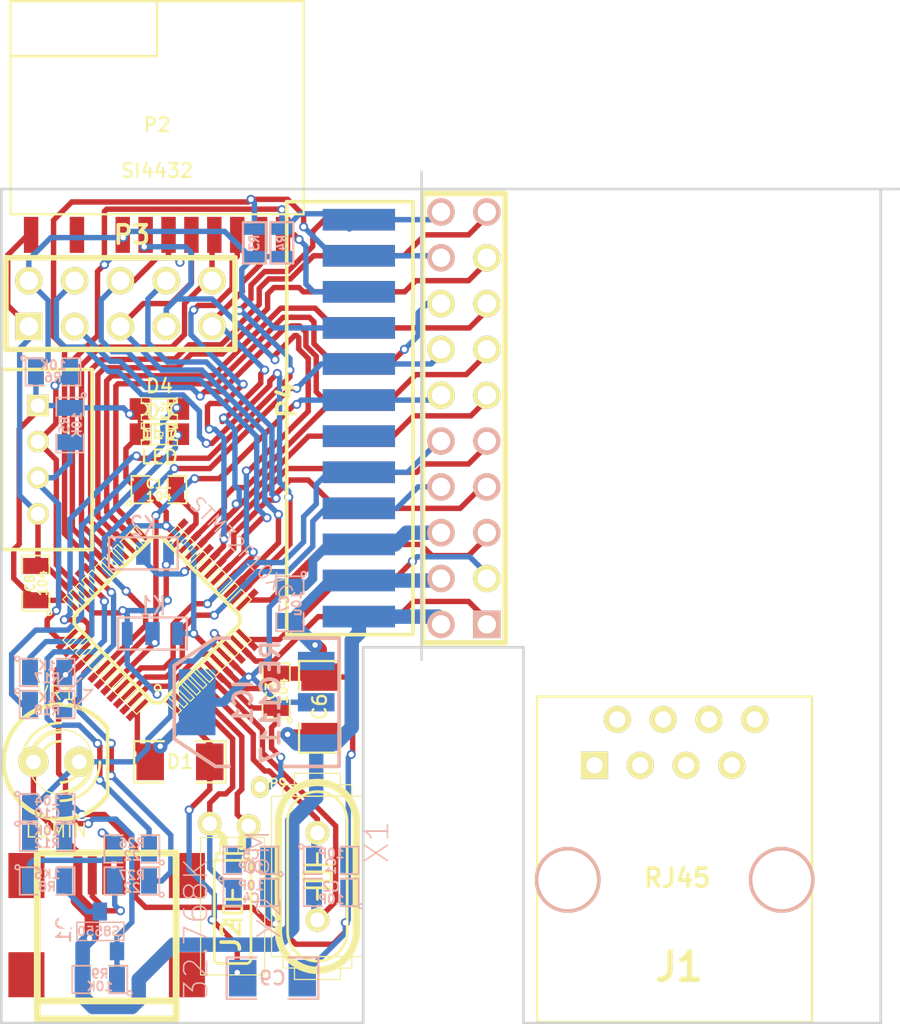
<source format=kicad_pcb>
(kicad_pcb (version 3) (host pcbnew "(2013-07-07 BZR 4022)-stable")
  (layers (15 F.Cu signal) (0 B.Cu signal) (18 B.Paste user) (19 F.Paste user) (20 B.SilkS user) (21 F.SilkS user) (22 B.Mask user) (23 F.Mask user) (28 Edge.Cuts user))
  (net 0 "")
  (net 1 +3.3V)
  (net 2 /A1)
  (net 3 /A10)
  (net 4 /A15)
  (net 5 /A2)
  (net 6 /A3)
  (net 7 /A9)
  (net 8 /ADC)
  (net 9 /B0)
  (net 10 /B1)
  (net 11 /B10)
  (net 12 /B11)
  (net 13 /B12)
  (net 14 /B13)
  (net 15 /B14)
  (net 16 /B15)
  (net 17 /B6)
  (net 18 /B7)
  (net 19 /B8)
  (net 20 /B9)
  (net 21 /LED0)
  (net 22 /LED1)
  (net 23 /RF2SEL)
  (net 24 /RFSCK)
  (net 25 /RFSDI)
  (net 26 /RFSDO)
  (net 27 /RFnSEL)
  (net 28 /TCK)
  (net 29 /TMS)
  (net 30 /USBDM)
  (net 31 /USBDP)
  (net 32 /USBI)
  (net 33 /nRST)
  (net 34 GND)
  (net 35 N-000001)
  (net 36 N-0000011)
  (net 37 N-0000013)
  (net 38 N-0000014)
  (net 39 N-0000015)
  (net 40 N-0000016)
  (net 41 N-0000017)
  (net 42 N-0000018)
  (net 43 N-0000019)
  (net 44 N-000002)
  (net 45 N-0000020)
  (net 46 N-0000034)
  (net 47 N-0000035)
  (net 48 N-0000052)
  (net 49 N-0000058)
  (net 50 N-0000059)
  (net 51 N-0000060)
  (net 52 N-0000065)
  (net 53 N-0000082)
  (net 54 N-000009)
  (net 55 VDD)
  (module SM1206 (layer F.Cu) (at 56.769 61.722 90)
    (fp_text reference C6 (at 0 0 90) (layer F.SilkS) (effects (font (size 0.762 0.762) (thickness 0.127))))
    (fp_text value 47u hide)
    (pad 1 smd rect (at -1.651 0 90) (size 1.524 2.032) (layers F.Cu F.Paste F.Mask) (net 55 VDD))
    (pad 2 smd rect (at 1.651 0 90) (size 1.524 2.032) (layers F.Cu F.Paste F.Mask) (net 34 GND))
  )
  (module SM1206 (layer F.Cu) (at 49.022 64.77)
    (fp_text reference D1 (at 0 0) (layer F.SilkS) (effects (font (size 0.762 0.762) (thickness 0.127))))
    (fp_text value 1N4148 hide)
    (pad 1 smd rect (at -1.651 0) (size 1.524 2.032) (layers F.Cu F.Paste F.Mask) (net 1 +3.3V))
    (pad 2 smd rect (at 1.651 0) (size 1.524 2.032) (layers F.Cu F.Paste F.Mask) (net 47 N-0000035))
  )
  (module SM0805 (layer B.Cu) (at 57.404 72.009 180)
    (fp_text reference C2 (at 0 0.3175 180) (layer B.SilkS) (effects (font (size 0.50038 0.50038) (thickness 0.10922)) (justify mirror)))
    (fp_text value 10P (at 0 -0.381 180) (layer B.SilkS) (effects (font (size 0.50038 0.50038) (thickness 0.10922)) (justify mirror)))
    (pad 1 smd rect (at -0.9525 0 180) (size 0.889 1.397) (layers B.Cu B.Paste B.Mask) (net 34 GND))
    (pad 2 smd rect (at 0.9525 0 180) (size 0.889 1.397) (layers B.Cu B.Paste B.Mask) (net 54 N-000009))
  )
  (module SM0805 (layer B.Cu) (at 41.9862 43.1546)
    (fp_text reference R6 (at 0 0.3175) (layer B.SilkS) (effects (font (size 0.50038 0.50038) (thickness 0.10922)) (justify mirror)))
    (fp_text value 10K (at 0 -0.381) (layer B.SilkS) (effects (font (size 0.50038 0.50038) (thickness 0.10922)) (justify mirror)))
    (pad 1 smd rect (at -0.9525 0) (size 0.889 1.397) (layers B.Cu B.Paste B.Mask) (net 1 +3.3V))
    (pad 2 smd rect (at 0.9525 0) (size 0.889 1.397) (layers B.Cu B.Paste B.Mask) (net 29 /TMS))
  )
  (module SM0805 (layer B.Cu) (at 42.926 46.101 270)
    (fp_text reference R5 (at 0 0.3175 270) (layer B.SilkS) (effects (font (size 0.50038 0.50038) (thickness 0.10922)) (justify mirror)))
    (fp_text value 10K (at 0 -0.381 270) (layer B.SilkS) (effects (font (size 0.50038 0.50038) (thickness 0.10922)) (justify mirror)))
    (pad 1 smd rect (at -0.9525 0 270) (size 0.889 1.397) (layers B.Cu B.Paste B.Mask) (net 1 +3.3V))
    (pad 2 smd rect (at 0.9525 0 270) (size 0.889 1.397) (layers B.Cu B.Paste B.Mask) (net 28 /TCK))
  )
  (module SM0805 (layer B.Cu) (at 41.656 71.374)
    (fp_text reference R8 (at 0 0.3175) (layer B.SilkS) (effects (font (size 0.50038 0.50038) (thickness 0.10922)) (justify mirror)))
    (fp_text value 1K5 (at 0 -0.381) (layer B.SilkS) (effects (font (size 0.50038 0.50038) (thickness 0.10922)) (justify mirror)))
    (pad 1 smd rect (at -0.9525 0) (size 0.889 1.397) (layers B.Cu B.Paste B.Mask) (net 48 N-0000052))
    (pad 2 smd rect (at 0.9525 0) (size 0.889 1.397) (layers B.Cu B.Paste B.Mask) (net 53 N-0000082))
  )
  (module SM0805 (layer B.Cu) (at 41.656 59.817)
    (fp_text reference R17 (at 0 0.3175) (layer B.SilkS) (effects (font (size 0.50038 0.50038) (thickness 0.10922)) (justify mirror)))
    (fp_text value 1K (at 0 -0.381) (layer B.SilkS) (effects (font (size 0.50038 0.50038) (thickness 0.10922)) (justify mirror)))
    (pad 1 smd rect (at -0.9525 0) (size 0.889 1.397) (layers B.Cu B.Paste B.Mask) (net 50 N-0000059))
    (pad 2 smd rect (at 0.9525 0) (size 0.889 1.397) (layers B.Cu B.Paste B.Mask) (net 21 /LED0))
  )
  (module SM0805 (layer B.Cu) (at 41.656 61.595)
    (fp_text reference R18 (at 0 0.3175) (layer B.SilkS) (effects (font (size 0.50038 0.50038) (thickness 0.10922)) (justify mirror)))
    (fp_text value 1K (at 0 -0.381) (layer B.SilkS) (effects (font (size 0.50038 0.50038) (thickness 0.10922)) (justify mirror)))
    (pad 1 smd rect (at -0.9525 0) (size 0.889 1.397) (layers B.Cu B.Paste B.Mask) (net 49 N-0000058))
    (pad 2 smd rect (at 0.9525 0) (size 0.889 1.397) (layers B.Cu B.Paste B.Mask) (net 22 /LED1))
  )
  (module SM0805 (layer B.Cu) (at 44.577 76.835 180)
    (fp_text reference R9 (at 0 0.3175 180) (layer B.SilkS) (effects (font (size 0.50038 0.50038) (thickness 0.10922)) (justify mirror)))
    (fp_text value 10K (at 0 -0.381 180) (layer B.SilkS) (effects (font (size 0.50038 0.50038) (thickness 0.10922)) (justify mirror)))
    (pad 1 smd rect (at -0.9525 0 180) (size 0.889 1.397) (layers B.Cu B.Paste B.Mask) (net 32 /USBI))
    (pad 2 smd rect (at 0.9525 0 180) (size 0.889 1.397) (layers B.Cu B.Paste B.Mask) (net 55 VDD))
  )
  (module SM0805 (layer B.Cu) (at 55.118 56.007 270)
    (fp_text reference C7 (at 0 0.3175 270) (layer B.SilkS) (effects (font (size 0.50038 0.50038) (thickness 0.10922)) (justify mirror)))
    (fp_text value 10u (at 0 -0.381 270) (layer B.SilkS) (effects (font (size 0.50038 0.50038) (thickness 0.10922)) (justify mirror)))
    (pad 1 smd rect (at -0.9525 0 270) (size 0.889 1.397) (layers B.Cu B.Paste B.Mask) (net 1 +3.3V))
    (pad 2 smd rect (at 0.9525 0 270) (size 0.889 1.397) (layers B.Cu B.Paste B.Mask) (net 34 GND))
  )
  (module SM0805 (layer F.Cu) (at 41.021 54.864 90)
    (fp_text reference C8 (at 0 -0.3175 90) (layer F.SilkS) (effects (font (size 0.50038 0.50038) (thickness 0.10922))))
    (fp_text value 104 (at 0 0.381 90) (layer F.SilkS) (effects (font (size 0.50038 0.50038) (thickness 0.10922))))
    (pad 1 smd rect (at -0.9525 0 90) (size 0.889 1.397) (layers F.Cu F.Paste F.Mask) (net 1 +3.3V))
    (pad 2 smd rect (at 0.9525 0 90) (size 0.889 1.397) (layers F.Cu F.Paste F.Mask) (net 34 GND))
  )
  (module SM0805 (layer B.Cu) (at 52.959 72.009)
    (fp_text reference C4 (at 0 0.3175) (layer B.SilkS) (effects (font (size 0.50038 0.50038) (thickness 0.10922)) (justify mirror)))
    (fp_text value 10P (at 0 -0.381) (layer B.SilkS) (effects (font (size 0.50038 0.50038) (thickness 0.10922)) (justify mirror)))
    (pad 1 smd rect (at -0.9525 0) (size 0.889 1.397) (layers B.Cu B.Paste B.Mask) (net 51 N-0000060))
    (pad 2 smd rect (at 0.9525 0) (size 0.889 1.397) (layers B.Cu B.Paste B.Mask) (net 34 GND))
  )
  (module SM0805 (layer B.Cu) (at 52.959 70.231 180)
    (fp_text reference C5 (at 0 0.3175 180) (layer B.SilkS) (effects (font (size 0.50038 0.50038) (thickness 0.10922)) (justify mirror)))
    (fp_text value 10P (at 0 -0.381 180) (layer B.SilkS) (effects (font (size 0.50038 0.50038) (thickness 0.10922)) (justify mirror)))
    (pad 1 smd rect (at -0.9525 0 180) (size 0.889 1.397) (layers B.Cu B.Paste B.Mask) (net 34 GND))
    (pad 2 smd rect (at 0.9525 0 180) (size 0.889 1.397) (layers B.Cu B.Paste B.Mask) (net 36 N-0000011))
  )
  (module SM0805 (layer B.Cu) (at 57.404 70.231)
    (fp_text reference C1 (at 0 0.3175 270) (layer B.SilkS) (effects (font (size 0.50038 0.50038) (thickness 0.10922)) (justify mirror)))
    (fp_text value 10P (at 0 -0.381) (layer B.SilkS) (effects (font (size 0.50038 0.50038) (thickness 0.10922)) (justify mirror)))
    (pad 1 smd rect (at -0.9525 0) (size 0.889 1.397) (layers B.Cu B.Paste B.Mask) (net 52 N-0000065))
    (pad 2 smd rect (at 0.9525 0) (size 0.889 1.397) (layers B.Cu B.Paste B.Mask) (net 34 GND))
  )
  (module SM0805 (layer F.Cu) (at 54.356 60.833 90)
    (fp_text reference C3 (at 0 -0.3175 90) (layer F.SilkS) (effects (font (size 0.50038 0.50038) (thickness 0.10922))))
    (fp_text value 104 (at 0 0.381 90) (layer F.SilkS) (effects (font (size 0.50038 0.50038) (thickness 0.10922))))
    (pad 1 smd rect (at -0.9525 0 90) (size 0.889 1.397) (layers F.Cu F.Paste F.Mask) (net 33 /nRST))
    (pad 2 smd rect (at 0.9525 0 90) (size 0.889 1.397) (layers F.Cu F.Paste F.Mask) (net 34 GND))
  )
  (module SM0805 (layer B.Cu) (at 41.656 67.31)
    (fp_text reference C10 (at 0 0.3175) (layer B.SilkS) (effects (font (size 0.50038 0.50038) (thickness 0.10922)) (justify mirror)))
    (fp_text value 104 (at 0 -0.381) (layer B.SilkS) (effects (font (size 0.50038 0.50038) (thickness 0.10922)) (justify mirror)))
    (pad 1 smd rect (at -0.9525 0) (size 0.889 1.397) (layers B.Cu B.Paste B.Mask) (net 8 /ADC))
    (pad 2 smd rect (at 0.9525 0) (size 0.889 1.397) (layers B.Cu B.Paste B.Mask) (net 34 GND))
  )
  (module SM0805 (layer B.Cu) (at 41.656 68.961)
    (fp_text reference R12 (at 0 0.3175) (layer B.SilkS) (effects (font (size 0.50038 0.50038) (thickness 0.10922)) (justify mirror)))
    (fp_text value 10K (at 0 -0.381) (layer B.SilkS) (effects (font (size 0.50038 0.50038) (thickness 0.10922)) (justify mirror)))
    (pad 1 smd rect (at -0.9525 0) (size 0.889 1.397) (layers B.Cu B.Paste B.Mask) (net 8 /ADC))
    (pad 2 smd rect (at 0.9525 0) (size 0.889 1.397) (layers B.Cu B.Paste B.Mask) (net 34 GND))
  )
  (module SM0805 (layer B.Cu) (at 46.355 69.596 180)
    (fp_text reference R26 (at 0 0.3175 180) (layer B.SilkS) (effects (font (size 0.50038 0.50038) (thickness 0.10922)) (justify mirror)))
    (fp_text value 22 (at 0 -0.381 180) (layer B.SilkS) (effects (font (size 0.50038 0.50038) (thickness 0.10922)) (justify mirror)))
    (pad 1 smd rect (at -0.9525 0 180) (size 0.889 1.397) (layers B.Cu B.Paste B.Mask) (net 31 /USBDP))
    (pad 2 smd rect (at 0.9525 0 180) (size 0.889 1.397) (layers B.Cu B.Paste B.Mask) (net 48 N-0000052))
  )
  (module SM0805 (layer B.Cu) (at 46.355 71.374 180)
    (fp_text reference R27 (at 0 0.3175 180) (layer B.SilkS) (effects (font (size 0.50038 0.50038) (thickness 0.10922)) (justify mirror)))
    (fp_text value 22 (at 0 -0.381 180) (layer B.SilkS) (effects (font (size 0.50038 0.50038) (thickness 0.10922)) (justify mirror)))
    (pad 1 smd rect (at -0.9525 0 180) (size 0.889 1.397) (layers B.Cu B.Paste B.Mask) (net 30 /USBDM))
    (pad 2 smd rect (at 0.9525 0 180) (size 0.889 1.397) (layers B.Cu B.Paste B.Mask) (net 35 N-000001))
  )
  (module SM0603 (layer B.Cu) (at 53.1495 36.0045 90)
    (fp_text reference R3 (at 0 0 90) (layer B.SilkS) (effects (font (size 0.508 0.4572) (thickness 0.1143)) (justify mirror)))
    (fp_text value 4K7 hide)
    (pad 1 smd rect (at -0.762 0 90) (size 0.635 1.143) (layers B.Cu B.Paste B.Mask) (net 1 +3.3V))
    (pad 2 smd rect (at 0.762 0 90) (size 0.635 1.143) (layers B.Cu B.Paste B.Mask) (net 3 /A10))
  )
  (module SM0603 (layer B.Cu) (at 54.6735 36.0045 90)
    (fp_text reference R4 (at 0 0 90) (layer B.SilkS) (effects (font (size 0.508 0.4572) (thickness 0.1143)) (justify mirror)))
    (fp_text value 4K7 hide)
    (pad 1 smd rect (at -0.762 0 90) (size 0.635 1.143) (layers B.Cu B.Paste B.Mask) (net 1 +3.3V))
    (pad 2 smd rect (at 0.762 0 90) (size 0.635 1.143) (layers B.Cu B.Paste B.Mask) (net 7 /A9))
  )
  (module RJ45_8 (layer F.Cu) (at 76.454 71.3105)
    (fp_text reference J1 (at 0.254 4.826) (layer F.SilkS) (effects (font (size 1.524 1.524) (thickness 0.3048))))
    (fp_text value RJ45 (at 0.14224 -0.1016) (layer F.SilkS) (effects (font (size 1.00076 1.00076) (thickness 0.2032))))
    (pad Hole np_thru_hole circle (at 5.93852 0) (size 3.64998 3.64998) (drill 3.2512) (layers *.Cu *.SilkS *.Mask))
    (pad Hole np_thru_hole circle (at -5.9309 0) (size 3.64998 3.64998) (drill 3.2512) (layers *.Cu *.SilkS *.Mask))
    (pad 1 thru_hole rect (at -4.445 -6.35) (size 1.50114 1.50114) (drill 0.89916) (layers *.Cu *.Mask F.SilkS) (net 40 N-0000016))
    (pad 2 thru_hole circle (at -3.175 -8.89) (size 1.50114 1.50114) (drill 0.89916) (layers *.Cu *.Mask F.SilkS) (net 41 N-0000017))
    (pad 3 thru_hole circle (at -1.905 -6.35) (size 1.50114 1.50114) (drill 0.89916) (layers *.Cu *.Mask F.SilkS) (net 42 N-0000018))
    (pad 4 thru_hole circle (at -0.635 -8.89) (size 1.50114 1.50114) (drill 0.89916) (layers *.Cu *.Mask F.SilkS) (net 43 N-0000019))
    (pad 5 thru_hole circle (at 0.635 -6.35) (size 1.50114 1.50114) (drill 0.89916) (layers *.Cu *.Mask F.SilkS) (net 45 N-0000020))
    (pad 6 thru_hole circle (at 1.905 -8.89) (size 1.50114 1.50114) (drill 0.89916) (layers *.Cu *.Mask F.SilkS) (net 37 N-0000013))
    (pad 7 thru_hole circle (at 3.175 -6.35) (size 1.50114 1.50114) (drill 0.89916) (layers *.Cu *.Mask F.SilkS) (net 38 N-0000014))
    (pad 8 thru_hole circle (at 4.445 -8.89) (size 1.50114 1.50114) (drill 0.89916) (layers *.Cu *.Mask F.SilkS) (net 39 N-0000015))
  )
  (module PIN_ARRAY_5x2 (layer F.Cu) (at 45.72 39.37)
    (fp_text reference P3 (at 0.635 -3.81) (layer F.SilkS) (effects (font (size 1.016 1.016) (thickness 0.2032))))
    (fp_text value nRF24L01 hide)
    (pad 1 thru_hole rect (at -5.08 1.27) (size 1.524 1.524) (drill 1.016) (layers *.Cu *.Mask F.SilkS) (net 34 GND))
    (pad 2 thru_hole circle (at -5.08 -1.27) (size 1.524 1.524) (drill 1.016) (layers *.Cu *.Mask F.SilkS) (net 1 +3.3V))
    (pad 3 thru_hole circle (at -2.54 1.27) (size 1.524 1.524) (drill 1.016) (layers *.Cu *.Mask F.SilkS) (net 12 /B11))
    (pad 4 thru_hole circle (at -2.54 -1.27) (size 1.524 1.524) (drill 1.016) (layers *.Cu *.Mask F.SilkS) (net 27 /RFnSEL))
    (pad 5 thru_hole circle (at 0 1.27) (size 1.524 1.524) (drill 1.016) (layers *.Cu *.Mask F.SilkS) (net 24 /RFSCK))
    (pad 6 thru_hole circle (at 0 -1.27) (size 1.524 1.524) (drill 1.016) (layers *.Cu *.Mask F.SilkS) (net 25 /RFSDI))
    (pad 7 thru_hole circle (at 2.54 1.27) (size 1.524 1.524) (drill 1.016) (layers *.Cu *.Mask F.SilkS) (net 26 /RFSDO))
    (pad 8 thru_hole circle (at 2.54 -1.27) (size 1.524 1.524) (drill 1.016) (layers *.Cu *.Mask F.SilkS) (net 9 /B0))
    (pad 9 thru_hole circle (at 5.08 1.27) (size 1.524 1.524) (drill 1.016) (layers *.Cu *.Mask F.SilkS) (net 11 /B10))
    (pad 10 thru_hole circle (at 5.08 -1.27) (size 1.524 1.524) (drill 1.016) (layers *.Cu *.Mask F.SilkS) (net 23 /RF2SEL))
  )
  (module LED-5MM (layer F.Cu) (at 42.164 64.77)
    (fp_text reference VR1 (at 0 -3.81) (layer F.SilkS) (effects (font (size 0.762 0.762) (thickness 0.0889))))
    (fp_text value LUMIN (at 0 3.81) (layer F.SilkS) (effects (font (size 0.762 0.762) (thickness 0.0889))))
    (pad 1 thru_hole circle (at -1.27 0) (size 1.6764 1.6764) (drill 0.8128) (layers *.Cu *.Mask F.SilkS) (net 55 VDD))
    (pad 2 thru_hole circle (at 1.27 0) (size 1.6764 1.6764) (drill 0.8128) (layers *.Cu *.Mask F.SilkS) (net 8 /ADC))
  )
  (module LED-0805 (layer F.Cu) (at 47.879 46.609)
    (fp_text reference D3 (at 0 -1.27) (layer F.SilkS) (effects (font (size 0.762 0.762) (thickness 0.127))))
    (fp_text value LED (at 0 1.27) (layer F.SilkS) (effects (font (size 0.762 0.762) (thickness 0.127))))
    (pad 1 smd rect (at -1.04902 0) (size 1.19888 1.19888) (layers F.Cu F.Paste F.Mask) (net 1 +3.3V))
    (pad 2 smd rect (at 1.04902 0) (size 1.19888 1.19888) (layers F.Cu F.Paste F.Mask) (net 50 N-0000059))
  )
  (module LED-0805 (layer F.Cu) (at 47.879 45.212)
    (fp_text reference D4 (at 0 -1.27) (layer F.SilkS) (effects (font (size 0.762 0.762) (thickness 0.127))))
    (fp_text value LED (at 0 1.27) (layer F.SilkS) (effects (font (size 0.762 0.762) (thickness 0.127))))
    (pad 1 smd rect (at -1.04902 0) (size 1.19888 1.19888) (layers F.Cu F.Paste F.Mask) (net 1 +3.3V))
    (pad 2 smd rect (at 1.04902 0) (size 1.19888 1.19888) (layers F.Cu F.Paste F.Mask) (net 49 N-0000058))
  )
  (module nxp-LQFP48 (layer F.Cu) (at 47.752 56.896 135)
    (fp_text reference U1 (at 0.45466 -5.93344 135) (layer B.SilkS) (effects (font (size 1.27 1.27) (thickness 0.0889))))
    (fp_text value STM32F10XC (at -0.508 6.096 135) (layer B.SilkS) (effects (font (size 0.8 0.8) (thickness 0.0889))))
    (pad 1 smd rect (at -4.29768 -2.74828 135) (size 1.4986 0.34798) (layers F.Cu F.Paste F.Mask) (net 47 N-0000035))
    (pad 2 smd rect (at -4.29768 -2.2479 135) (size 1.4986 0.34798) (layers F.Cu F.Paste F.Mask))
    (pad 3 smd rect (at -4.29768 -1.74752 135) (size 1.4986 0.34798) (layers F.Cu F.Paste F.Mask) (net 51 N-0000060))
    (pad 4 smd rect (at -4.29768 -1.24968 135) (size 1.4986 0.34798) (layers F.Cu F.Paste F.Mask) (net 36 N-0000011))
    (pad 5 smd rect (at -4.29768 -0.7493 135) (size 1.4986 0.34798) (layers F.Cu F.Paste F.Mask) (net 52 N-0000065))
    (pad 6 smd rect (at -4.29768 -0.24892 135) (size 1.4986 0.34798) (layers F.Cu F.Paste F.Mask) (net 54 N-000009))
    (pad 7 smd rect (at -4.29768 0.24892 135) (size 1.4986 0.34798) (layers F.Cu F.Paste F.Mask) (net 33 /nRST))
    (pad 8 smd rect (at -4.29768 0.7493 135) (size 1.4986 0.34798) (layers F.Cu F.Paste F.Mask) (net 34 GND))
    (pad 9 smd rect (at -4.29768 1.24968 135) (size 1.4986 0.34798) (layers F.Cu F.Paste F.Mask) (net 1 +3.3V))
    (pad 10 smd rect (at -4.29768 1.74752 135) (size 1.4986 0.34798) (layers F.Cu F.Paste F.Mask) (net 8 /ADC))
    (pad 11 smd rect (at -4.29768 2.2479 135) (size 1.4986 0.34798) (layers F.Cu F.Paste F.Mask) (net 2 /A1))
    (pad 12 smd rect (at -4.29768 2.74828 135) (size 1.4986 0.34798) (layers F.Cu F.Paste F.Mask) (net 5 /A2))
    (pad 13 smd rect (at -2.74828 4.29768 135) (size 0.34798 1.4986) (layers F.Cu F.Paste F.Mask) (net 6 /A3))
    (pad 14 smd rect (at -2.2479 4.29768 135) (size 0.34798 1.4986) (layers F.Cu F.Paste F.Mask) (net 27 /RFnSEL))
    (pad 15 smd rect (at -1.74752 4.29768 135) (size 0.34798 1.4986) (layers F.Cu F.Paste F.Mask) (net 24 /RFSCK))
    (pad 16 smd rect (at -1.24968 4.29768 135) (size 0.34798 1.4986) (layers F.Cu F.Paste F.Mask) (net 26 /RFSDO))
    (pad 17 smd rect (at -0.7493 4.29768 135) (size 0.34798 1.4986) (layers F.Cu F.Paste F.Mask) (net 25 /RFSDI))
    (pad 18 smd rect (at -0.24892 4.29768 135) (size 0.34798 1.4986) (layers F.Cu F.Paste F.Mask) (net 9 /B0))
    (pad 19 smd rect (at 0.24892 4.29768 135) (size 0.34798 1.4986) (layers F.Cu F.Paste F.Mask) (net 10 /B1))
    (pad 20 smd rect (at 0.7493 4.29768 135) (size 0.34798 1.4986) (layers F.Cu F.Paste F.Mask) (net 46 N-0000034))
    (pad 21 smd rect (at 1.24968 4.29768 135) (size 0.34798 1.4986) (layers F.Cu F.Paste F.Mask) (net 11 /B10))
    (pad 22 smd rect (at 1.74752 4.29768 135) (size 0.34798 1.4986) (layers F.Cu F.Paste F.Mask) (net 12 /B11))
    (pad 23 smd rect (at 2.2479 4.29768 135) (size 0.34798 1.4986) (layers F.Cu F.Paste F.Mask) (net 34 GND))
    (pad 24 smd rect (at 2.74828 4.29768 135) (size 0.34798 1.4986) (layers F.Cu F.Paste F.Mask) (net 1 +3.3V))
    (pad 25 smd rect (at 4.29768 2.74828 135) (size 1.4986 0.34798) (layers F.Cu F.Paste F.Mask) (net 13 /B12))
    (pad 26 smd rect (at 4.29768 2.2479 135) (size 1.4986 0.34798) (layers F.Cu F.Paste F.Mask) (net 14 /B13))
    (pad 27 smd rect (at 4.29768 1.74752 135) (size 1.4986 0.34798) (layers F.Cu F.Paste F.Mask) (net 15 /B14))
    (pad 28 smd rect (at 4.29768 1.24968 135) (size 1.4986 0.34798) (layers F.Cu F.Paste F.Mask) (net 16 /B15))
    (pad 29 smd rect (at 4.29768 0.7493 135) (size 1.4986 0.34798) (layers F.Cu F.Paste F.Mask) (net 23 /RF2SEL))
    (pad 30 smd rect (at 4.29768 0.24892 135) (size 1.4986 0.34798) (layers F.Cu F.Paste F.Mask) (net 7 /A9))
    (pad 31 smd rect (at 4.29768 -0.24892 135) (size 1.4986 0.34798) (layers F.Cu F.Paste F.Mask) (net 3 /A10))
    (pad 32 smd rect (at 4.29768 -0.7493 135) (size 1.4986 0.34798) (layers F.Cu F.Paste F.Mask) (net 30 /USBDM))
    (pad 33 smd rect (at 4.29768 -1.24968 135) (size 1.4986 0.34798) (layers F.Cu F.Paste F.Mask) (net 31 /USBDP))
    (pad 34 smd rect (at 4.29768 -1.74752 135) (size 1.4986 0.34798) (layers F.Cu F.Paste F.Mask) (net 29 /TMS))
    (pad 35 smd rect (at 4.29768 -2.2479 135) (size 1.4986 0.34798) (layers F.Cu F.Paste F.Mask) (net 34 GND))
    (pad 36 smd rect (at 4.29768 -2.74828 135) (size 1.4986 0.34798) (layers F.Cu F.Paste F.Mask) (net 1 +3.3V))
    (pad 37 smd rect (at 2.74828 -4.29768 135) (size 0.34798 1.4986) (layers F.Cu F.Paste F.Mask) (net 28 /TCK))
    (pad 38 smd rect (at 2.2479 -4.29768 135) (size 0.34798 1.4986) (layers F.Cu F.Paste F.Mask) (net 4 /A15))
    (pad 39 smd rect (at 1.74752 -4.29768 135) (size 0.34798 1.4986) (layers F.Cu F.Paste F.Mask) (net 32 /USBI))
    (pad 40 smd rect (at 1.24968 -4.29768 135) (size 0.34798 1.4986) (layers F.Cu F.Paste F.Mask) (net 21 /LED0))
    (pad 41 smd rect (at 0.7493 -4.29768 135) (size 0.34798 1.4986) (layers F.Cu F.Paste F.Mask) (net 22 /LED1))
    (pad 42 smd rect (at 0.24892 -4.29768 135) (size 0.34798 1.4986) (layers F.Cu F.Paste F.Mask) (net 17 /B6))
    (pad 43 smd rect (at -0.24892 -4.29768 135) (size 0.34798 1.4986) (layers F.Cu F.Paste F.Mask) (net 18 /B7))
    (pad 44 smd rect (at -0.7493 -4.29768 135) (size 0.34798 1.4986) (layers F.Cu F.Paste F.Mask) (net 44 N-000002))
    (pad 45 smd rect (at -1.24968 -4.29768 135) (size 0.34798 1.4986) (layers F.Cu F.Paste F.Mask) (net 19 /B8))
    (pad 46 smd rect (at -1.74752 -4.29768 135) (size 0.34798 1.4986) (layers F.Cu F.Paste F.Mask) (net 20 /B9))
    (pad 47 smd rect (at -2.2479 -4.29768 135) (size 0.34798 1.4986) (layers F.Cu F.Paste F.Mask) (net 34 GND))
    (pad 48 smd rect (at -2.74828 -4.29768 135) (size 0.34798 1.4986) (layers F.Cu F.Paste F.Mask) (net 1 +3.3V))
  )
  (module SI4432 (layer F.Cu) (at 47.752 30.734)
    (fp_text reference P2 (at 0 -1.27) (layer F.SilkS) (effects (font (size 0.762 0.762) (thickness 0.127))))
    (fp_text value SI4432 (at 0 1.27) (layer F.SilkS) (effects (font (size 0.762 0.762) (thickness 0.127))))
    (pad 1 smd rect (at -6.985 4.826) (size 0.8 2) (layers F.Cu F.Paste F.Mask) (net 34 GND) (clearance 0.1))
    (pad 3 smd rect (at -4.445 4.826) (size 0.8 2) (layers F.Cu F.Paste F.Mask))
    (pad 5 smd rect (at -1.905 4.826) (size 0.8 2) (layers F.Cu F.Paste F.Mask) (net 1 +3.3V))
    (pad 6 smd rect (at -0.635 4.826) (size 0.8 2) (layers F.Cu F.Paste F.Mask) (net 26 /RFSDO))
    (pad 7 smd rect (at 0.635 4.826) (size 0.8 2) (layers F.Cu F.Paste F.Mask) (net 25 /RFSDI))
    (pad 8 smd rect (at 1.905 4.826) (size 0.8 2) (layers F.Cu F.Paste F.Mask) (net 24 /RFSCK))
    (pad 9 smd rect (at 3.175 4.826) (size 0.8 2) (layers F.Cu F.Paste F.Mask) (net 23 /RF2SEL))
    (pad 10 smd rect (at 4.445 4.826) (size 0.8 2) (layers F.Cu F.Paste F.Mask) (net 10 /B1))
    (pad 11 smd rect (at 5.715 4.826) (size 0.8 2) (layers F.Cu F.Paste F.Mask) (net 11 /B10))
    (pad 12 smd rect (at 6.985 4.826) (size 0.8 2) (layers F.Cu F.Paste F.Mask) (net 34 GND))
  )
  (module pin_array_10x2 (layer F.Cu) (at 64.77 45.72 90)
    (fp_text reference P5 hide)
    (fp_text value CONN_10X2 hide)
    (pad 19 thru_hole circle (at 11.43 1.27 90) (size 1.524 1.524) (drill 1.016) (layers *.Cu *.SilkS *.Mask) (net 16 /B15))
    (pad 20 thru_hole circle (at 11.43 -1.27 90) (size 1.524 1.524) (drill 1.016) (layers *.Cu *.SilkS *.Mask) (net 7 /A9))
    (pad 18 thru_hole circle (at 8.89 -1.27 90) (size 1.524 1.524) (drill 1.016) (layers *.Cu *.SilkS *.Mask) (net 3 /A10))
    (pad 17 thru_hole circle (at 8.89 1.27 90) (size 1.524 1.524) (drill 1.016) (layers *.Cu *.Mask F.SilkS) (net 15 /B14))
    (pad 1 thru_hole rect (at -11.43 1.27 90) (size 1.524 1.524) (drill 1.016) (layers *.Cu *.SilkS *.Mask) (net 2 /A1))
    (pad 2 thru_hole circle (at -11.43 -1.27 90) (size 1.524 1.524) (drill 1.016) (layers *.Cu *.SilkS *.Mask) (net 55 VDD))
    (pad 3 thru_hole circle (at -8.89 1.27 90) (size 1.524 1.524) (drill 1.016) (layers *.Cu *.Mask F.SilkS) (net 5 /A2))
    (pad 4 thru_hole circle (at -8.89 -1.27 90) (size 1.524 1.524) (drill 1.016) (layers *.Cu *.SilkS *.Mask) (net 34 GND))
    (pad 5 thru_hole circle (at -6.35 1.27 90) (size 1.524 1.524) (drill 1.016) (layers *.Cu *.SilkS *.Mask) (net 6 /A3))
    (pad 6 thru_hole circle (at -6.35 -1.27 90) (size 1.524 1.524) (drill 1.016) (layers *.Cu *.SilkS *.Mask) (net 1 +3.3V))
    (pad 7 thru_hole circle (at -3.81 1.27 90) (size 1.524 1.524) (drill 1.016) (layers *.Cu *.SilkS *.Mask) (net 9 /B0))
    (pad 8 thru_hole circle (at -3.81 -1.27 90) (size 1.524 1.524) (drill 1.016) (layers *.Cu *.SilkS *.Mask) (net 20 /B9))
    (pad 9 thru_hole circle (at -1.27 1.27 90) (size 1.524 1.524) (drill 1.016) (layers *.Cu *.SilkS *.Mask) (net 10 /B1))
    (pad 10 thru_hole circle (at -1.27 -1.27 90) (size 1.524 1.524) (drill 1.016) (layers *.Cu *.SilkS *.Mask) (net 19 /B8))
    (pad 11 thru_hole circle (at 1.27 1.27 90) (size 1.524 1.524) (drill 1.016) (layers *.Cu *.Mask F.SilkS) (net 11 /B10))
    (pad 12 thru_hole circle (at 1.27 -1.27 90) (size 1.524 1.524) (drill 1.016) (layers *.Cu *.Mask F.SilkS) (net 18 /B7))
    (pad 13 thru_hole circle (at 3.81 1.27 90) (size 1.524 1.524) (drill 1.016) (layers *.Cu *.Mask F.SilkS) (net 12 /B11))
    (pad 14 thru_hole circle (at 3.81 -1.27 90) (size 1.524 1.524) (drill 1.016) (layers *.Cu *.Mask F.SilkS) (net 17 /B6))
    (pad 15 thru_hole circle (at 6.35 1.27 90) (size 1.524 1.524) (drill 1.016) (layers *.Cu *.Mask F.SilkS) (net 14 /B13))
    (pad 16 thru_hole circle (at 6.35 -1.27 90) (size 1.524 1.524) (drill 1.016) (layers *.Cu *.Mask F.SilkS) (net 13 /B12))
  )
  (module crystal-TC26H (layer F.Cu) (at 51.943 68.199 180)
    (fp_text reference X2 (at -2.032 -5.207 270) (layer B.SilkS) (effects (font (size 1.27 1.27) (thickness 0.0889))))
    (fp_text value 32.768K (at 2.032 -5.842 270) (layer B.SilkS) (effects (font (size 1.27 1.27) (thickness 0.0889))))
    (pad 1 thru_hole circle (at -0.889 -0.127 180) (size 1.3208 1.3208) (drill 0.8128) (layers *.Cu F.Paste F.SilkS F.Mask) (net 36 N-0000011))
    (pad 2 thru_hole circle (at 1.27 0 180) (size 1.3208 1.3208) (drill 0.8128) (layers *.Cu F.Paste F.SilkS F.Mask) (net 51 N-0000060))
  )
  (module crystal-HC49/S (layer F.Cu) (at 56.642 71.12 270)
    (fp_text reference X1 (at -1.905 -3.302 270) (layer B.SilkS) (effects (font (size 1.27 1.27) (thickness 0.0889))))
    (fp_text value 8M (at -1.27 3.302 270) (layer B.SilkS) (effects (font (size 1.27 1.27) (thickness 0.0889))))
    (pad 1 thru_hole circle (at -2.413 0 270) (size 1.3208 1.3208) (drill 0.8128) (layers *.Cu F.Paste F.SilkS F.Mask) (net 52 N-0000065))
    (pad 2 thru_hole circle (at 2.413 0 270) (size 1.3208 1.3208) (drill 0.8128) (layers *.Cu F.Paste F.SilkS F.Mask) (net 54 N-000009))
  )
  (module Conn2mm12x2 (layer F.Cu) (at 59.944 45.72 90)
    (fp_text reference P4 (at 1.00076 -5.00126 90) (layer F.SilkS) (effects (font (size 1.00076 1.00076) (thickness 0.20066))))
    (fp_text value CONN_2mm hide)
    (pad 22 smd rect (at 8.99922 -1.00076 90) (size 1.19888 4.0005) (layers B.Cu B.Paste B.Mask) (net 3 /A10))
    (pad 21 smd rect (at 8.99922 -1.00076 90) (size 1.19888 4.0005) (layers F.Cu F.Paste F.Mask) (net 16 /B15))
    (pad 23 smd rect (at 11.00074 -1.00076 90) (size 1.19888 4.0005) (layers F.Cu F.Paste F.Mask) (net 4 /A15))
    (pad 24 smd rect (at 11.00074 -1.00076 90) (size 1.19888 4.0005) (layers B.Cu B.Paste B.Mask) (net 7 /A9))
    (pad 20 smd rect (at 7.00278 -1.00076 90) (size 1.19888 4.0005) (layers B.Cu B.Paste B.Mask) (net 34 GND))
    (pad 19 smd rect (at 7.00278 -1.00076 90) (size 1.19888 4.0005) (layers F.Cu F.Paste F.Mask) (net 15 /B14))
    (pad 17 smd rect (at 5.00126 -1.00076 90) (size 1.19888 4.0005) (layers F.Cu F.Paste F.Mask) (net 14 /B13))
    (pad 18 smd rect (at 5.00126 -1.00076 90) (size 1.19888 4.0005) (layers B.Cu B.Paste B.Mask) (net 1 +3.3V))
    (pad 14 smd rect (at 1.00076 -1.00076 90) (size 1.19888 4.0005) (layers B.Cu B.Paste B.Mask) (net 18 /B7))
    (pad 13 smd rect (at 1.00076 -1.00076 90) (size 1.19888 4.0005) (layers F.Cu F.Paste F.Mask) (net 12 /B11))
    (pad 15 smd rect (at 3.00228 -1.00076 90) (size 1.19888 4.0005) (layers F.Cu F.Paste F.Mask) (net 13 /B12))
    (pad 16 smd rect (at 3.00228 -1.00076 90) (size 1.19888 4.0005) (layers B.Cu B.Paste B.Mask) (net 17 /B6))
    (pad 12 smd rect (at -0.99822 -1.00076 90) (size 1.19888 4.0005) (layers B.Cu B.Paste B.Mask) (net 34 GND))
    (pad 11 smd rect (at -0.99822 -1.00076 90) (size 1.19888 4.0005) (layers F.Cu F.Paste F.Mask) (net 11 /B10))
    (pad 9 smd rect (at -2.99974 -1.00076 90) (size 1.19888 4.0005) (layers F.Cu F.Paste F.Mask) (net 10 /B1))
    (pad 10 smd rect (at -2.99974 -1.00076 90) (size 1.19888 4.0005) (layers B.Cu B.Paste B.Mask) (net 19 /B8))
    (pad 6 smd rect (at -7.00024 -1.00076 90) (size 1.19888 4.0005) (layers B.Cu B.Paste B.Mask) (net 1 +3.3V))
    (pad 5 smd rect (at -7.00024 -1.00076 90) (size 1.19888 4.0005) (layers F.Cu F.Paste F.Mask) (net 6 /A3))
    (pad 7 smd rect (at -4.99872 -1.00076 90) (size 1.19888 4.0005) (layers F.Cu F.Paste F.Mask) (net 9 /B0))
    (pad 8 smd rect (at -4.99872 -1.00076 90) (size 1.19888 4.0005) (layers B.Cu B.Paste B.Mask) (net 20 /B9))
    (pad 4 smd rect (at -8.99922 -1.00076 90) (size 1.19888 4.0005) (layers B.Cu B.Paste B.Mask) (net 34 GND))
    (pad 3 smd rect (at -8.99922 -1.00076 90) (size 1.19888 4.0005) (layers F.Cu F.Paste F.Mask) (net 5 /A2))
    (pad 1 smd rect (at -11.00074 -1.00076 90) (size 1.19888 4.0005) (layers F.Cu F.Paste F.Mask) (net 2 /A1))
    (pad 2 smd rect (at -11.00074 -1.00076 90) (size 1.19888 4.0005) (layers B.Cu B.Paste B.Mask) (net 55 VDD))
  )
  (module SOT223 (layer B.Cu) (at 53.2765 61.468 270)
    (fp_text reference IC1 (at 0 0.762 270) (layer B.SilkS) (effects (font (size 1.016 1.016) (thickness 0.2032)) (justify mirror)))
    (fp_text value REG1117 (at 0 -0.762 270) (layer B.SilkS) (effects (font (size 1.016 1.016) (thickness 0.2032)) (justify mirror)))
    (pad 4 smd rect (at 0 3.302 270) (size 3.6576 2.032) (layers B.Cu B.Paste B.Mask) (net 1 +3.3V))
    (pad 2 smd rect (at 0 -3.302 270) (size 1.016 2.032) (layers B.Cu B.Paste B.Mask) (net 1 +3.3V))
    (pad 3 smd rect (at 2.286 -3.302 270) (size 1.016 2.032) (layers B.Cu B.Paste B.Mask) (net 55 VDD))
    (pad 1 smd rect (at -2.286 -3.302 270) (size 1.016 2.032) (layers B.Cu B.Paste B.Mask) (net 34 GND))
  )
  (module SOT23 (layer B.Cu) (at 44.577 74.168 180)
    (fp_text reference Q1 (at 1.99898 0.09906 450) (layer B.SilkS) (effects (font (size 0.762 0.762) (thickness 0.11938)) (justify mirror)))
    (fp_text value S8550 (at 0.0635 0 180) (layer B.SilkS) (effects (font (size 0.50038 0.50038) (thickness 0.09906)) (justify mirror)))
    (pad 3 smd rect (at 0 1.09982 180) (size 0.8001 1.00076) (layers B.Cu B.Paste B.Mask) (net 53 N-0000082))
    (pad 2 smd rect (at 0.9525 -1.09982 180) (size 0.8001 1.00076) (layers B.Cu B.Paste B.Mask) (net 55 VDD))
    (pad 1 smd rect (at -0.9525 -1.09982 180) (size 0.8001 1.00076) (layers B.Cu B.Paste B.Mask) (net 32 /USBI))
  )
  (module PH2PIN4 (layer F.Cu) (at 41.148 48.006 270)
    (fp_text reference P1 hide)
    (fp_text value SWD hide)
    (pad 1 thru_hole rect (at -2.984 0 270) (size 1.2 1.2) (drill 0.8) (layers *.Cu *.Mask F.SilkS) (net 1 +3.3V))
    (pad 2 thru_hole circle (at -0.984 0 270) (size 1.2 1.2) (drill 0.8) (layers *.Cu *.Mask F.SilkS) (net 29 /TMS))
    (pad 3 thru_hole circle (at 1.016 0 270) (size 1.2 1.2) (drill 0.8) (layers *.Cu *.Mask F.SilkS) (net 28 /TCK))
    (pad 4 thru_hole circle (at 3.016 0 270) (size 1.2 1.2) (drill 0.8) (layers *.Cu *.Mask F.SilkS) (net 34 GND))
  )
  (module SM0805 (layer F.Cu) (at 47.8536 49.6824)
    (fp_text reference C11 (at 0 -0.3175) (layer F.SilkS) (effects (font (size 0.50038 0.50038) (thickness 0.10922))))
    (fp_text value 104 (at 0 0.381) (layer F.SilkS) (effects (font (size 0.50038 0.50038) (thickness 0.10922))))
    (pad 1 smd rect (at -0.9525 0) (size 0.889 1.397) (layers F.Cu F.Paste F.Mask) (net 1 +3.3V))
    (pad 2 smd rect (at 0.9525 0) (size 0.889 1.397) (layers F.Cu F.Paste F.Mask) (net 34 GND))
  )
  (module USB_MINI_B (layer F.Cu) (at 44.958 74.422 90)
    (fp_text reference J2 (at 0 6.90118 90) (layer F.SilkS) (effects (font (size 1.016 1.016) (thickness 0.2032))))
    (fp_text value MINI-USB-5P hide)
    (pad 1 smd rect (at 3.44932 -1.6002 90) (size 2.30124 0.50038) (layers F.Cu F.Paste F.Mask) (net 55 VDD))
    (pad 2 smd rect (at 3.44932 -0.8001 90) (size 2.30124 0.50038) (layers F.Cu F.Paste F.Mask) (net 35 N-000001))
    (pad 3 smd rect (at 3.44932 0 90) (size 2.30124 0.50038) (layers F.Cu F.Paste F.Mask) (net 48 N-0000052))
    (pad 4 smd rect (at 3.44932 0.8001 90) (size 2.30124 0.50038) (layers F.Cu F.Paste F.Mask))
    (pad 5 smd rect (at 3.44932 1.6002 90) (size 2.30124 0.50038) (layers F.Cu F.Paste F.Mask) (net 34 GND))
    (pad 6 smd rect (at 3.35026 -4.45008 90) (size 2.49936 1.99898) (layers F.Cu F.Paste F.Mask))
    (pad 7 smd rect (at -2.14884 -4.45008 90) (size 2.49936 1.99898) (layers F.Cu F.Paste F.Mask))
    (pad 8 smd rect (at 3.35026 4.45008 90) (size 2.49936 1.99898) (layers F.Cu F.Paste F.Mask))
    (pad 9 smd rect (at -2.14884 4.45008 90) (size 2.49936 1.99898) (layers F.Cu F.Paste F.Mask))
    (pad "" np_thru_hole circle (at 0.8509 -2.19964 90) (size 0.89916 0.89916) (drill 0.89916) (layers *.Cu *.Mask F.SilkS))
    (pad 2 np_thru_hole circle (at 0.8509 2.19964 90) (size 0.89916 0.89916) (drill 0.89916) (layers *.Cu *.Mask F.SilkS) (net 35 N-000001))
  )
  (module TST1 (layer F.Cu) (at 53.467 66.167)
    (fp_text reference P9 (at 1 -0.2) (layer F.SilkS) (effects (font (size 0.5 0.5) (thickness 0.1))))
    (fp_text value CONN_1 hide)
    (pad 1 thru_hole oval (at 0 0) (size 1 1.2) (drill 0.6) (layers *.Cu *.Mask F.SilkS) (net 33 /nRST))
  )
  (module JMP3 (layer B.Cu) (at 47.498 57.658 90)
    (fp_text reference K1 (at 1.524 0 360) (layer B.SilkS) (effects (font (size 1.016 0.762) (thickness 0.127)) (justify mirror)))
    (fp_text value CONN_3 hide)
    (pad 1 smd rect (at 0 1.4 90) (size 1.27 0.6) (layers B.Cu B.Paste B.Mask) (net 1 +3.3V))
    (pad 2 smd rect (at 0 0 90) (size 1.27 0.8) (layers B.Cu B.Paste B.Mask) (net 44 N-000002))
    (pad 3 smd rect (at 0 -1.4 90) (size 1.27 0.6) (layers B.Cu B.Paste B.Mask) (net 34 GND))
  )
  (module JMP3 (layer B.Cu) (at 46.99 53.213 90)
    (fp_text reference K2 (at 1.524 0 360) (layer B.SilkS) (effects (font (size 1.016 0.762) (thickness 0.127)) (justify mirror)))
    (fp_text value CONN_3 hide)
    (pad 1 smd rect (at 0 1.4 90) (size 1.27 0.6) (layers B.Cu B.Paste B.Mask) (net 34 GND))
    (pad 2 smd rect (at 0 0 90) (size 1.27 0.8) (layers B.Cu B.Paste B.Mask) (net 46 N-0000034))
    (pad 3 smd rect (at 0 -1.4 90) (size 1.27 0.6) (layers B.Cu B.Paste B.Mask) (net 1 +3.3V))
  )
  (module SM1206 (layer B.Cu) (at 54.1528 76.7588)
    (fp_text reference C9 (at 0 0) (layer B.SilkS) (effects (font (size 0.762 0.762) (thickness 0.127)) (justify mirror)))
    (fp_text value 47u hide)
    (pad 1 smd rect (at -1.651 0) (size 1.524 2.032) (layers B.Cu B.Paste B.Mask) (net 47 N-0000035))
    (pad 2 smd rect (at 1.651 0) (size 1.524 2.032) (layers B.Cu B.Paste B.Mask) (net 34 GND))
  )
  (gr_line (start 62.4205 32.0675) (end 62.4205 59.1185) (angle 90) (layer Edge.Cuts) (width 0.15))
  (gr_line (start 87.884 79.25) (end 68.072 79.25) (angle 90) (layer Edge.Cuts) (width 0.15))
  (gr_line (start 87.884 33.02) (end 87.884 79.25) (angle 90) (layer Edge.Cuts) (width 0.15))
  (gr_line (start 39.116 33.02) (end 88.9 33.02) (angle 90) (layer Edge.Cuts) (width 0.15))
  (gr_line (start 39.116 79.25) (end 39.116 33.02) (angle 90) (layer Edge.Cuts) (width 0.15))
  (gr_line (start 59.182 79.248) (end 39.116 79.248) (angle 90) (layer Edge.Cuts) (width 0.15))
  (gr_line (start 59.182 58.42) (end 59.182 79.25) (angle 90) (layer Edge.Cuts) (width 0.15))
  (gr_line (start 68.072 58.42) (end 68.072 79.25) (angle 90) (layer Edge.Cuts) (width 0.15))
  (gr_line (start 59.182 58.42) (end 68.072 58.42) (angle 90) (layer Edge.Cuts) (width 0.15))
  (segment (start 53.1495 36.7665) (end 52.8955 36.7665) (width 0.3) (layer B.Cu) (net 1))
  (segment (start 46.2153 35.3695) (end 45.8724 35.7124) (width 0.3) (layer B.Cu) (net 1))
  (segment (start 51.4985 35.3695) (end 46.2153 35.3695) (width 0.3) (layer B.Cu) (net 1))
  (segment (start 52.8955 36.7665) (end 51.4985 35.3695) (width 0.3) (layer B.Cu) (net 1))
  (segment (start 53.1495 36.7665) (end 54.6735 36.7665) (width 0.3) (layer B.Cu) (net 1))
  (segment (start 58.94324 40.71874) (end 54.24424 40.71874) (width 0.3) (layer B.Cu) (net 1))
  (segment (start 52.451 37.465) (end 53.1495 36.7665) (width 0.3) (layer B.Cu) (net 1))
  (segment (start 52.451 38.9255) (end 52.451 37.465) (width 0.3) (layer B.Cu) (net 1))
  (segment (start 54.24424 40.71874) (end 52.451 38.9255) (width 0.3) (layer B.Cu) (net 1))
  (segment (start 52.832 60.071) (end 53.0225 60.071) (width 0.3) (layer B.Cu) (net 1))
  (segment (start 54.4195 61.468) (end 56.5785 61.468) (width 0.3) (layer B.Cu) (net 1))
  (segment (start 53.0225 60.071) (end 54.4195 61.468) (width 0.3) (layer B.Cu) (net 1))
  (segment (start 48.26 51.689) (end 48.26 50.927) (width 0.3) (layer F.Cu) (net 1))
  (segment (start 47.0154 49.6824) (end 46.9011 49.6824) (width 0.3) (layer F.Cu) (net 1))
  (segment (start 48.26 50.927) (end 47.0154 49.6824) (width 0.3) (layer F.Cu) (net 1))
  (segment (start 55.118 55.0545) (end 55.9435 55.0545) (width 0.5) (layer B.Cu) (net 1))
  (segment (start 55.9435 55.0545) (end 56.388 54.61) (width 0.5) (layer B.Cu) (net 1))
  (segment (start 56.388 54.61) (end 56.388 53.594) (width 0.5) (layer B.Cu) (net 1))
  (segment (start 56.388 53.594) (end 57.26176 52.72024) (width 0.5) (layer B.Cu) (net 1))
  (segment (start 57.26176 52.72024) (end 58.94324 52.72024) (width 0.5) (layer B.Cu) (net 1))
  (segment (start 52.832 60.071) (end 52.959 60.071) (width 0.3) (layer B.Cu) (net 1))
  (segment (start 53.975 56.1975) (end 55.118 55.0545) (width 0.3) (layer B.Cu) (net 1))
  (segment (start 53.975 59.055) (end 53.975 56.1975) (width 0.3) (layer B.Cu) (net 1))
  (segment (start 52.959 60.071) (end 53.975 59.055) (width 0.3) (layer B.Cu) (net 1))
  (segment (start 45.59 53.213) (end 45.59 52.454) (width 0.3) (layer B.Cu) (net 1))
  (segment (start 46.355 51.689) (end 48.26 51.689) (width 0.3) (layer B.Cu) (net 1))
  (segment (start 45.59 52.454) (end 46.355 51.689) (width 0.3) (layer B.Cu) (net 1))
  (segment (start 48.898 57.658) (end 49.784 57.658) (width 0.3) (layer B.Cu) (net 1))
  (segment (start 49.9745 61.468) (end 49.9745 61.8617) (width 0.5) (layer B.Cu) (net 1))
  (segment (start 49.9745 61.8617) (end 47.9298 63.9064) (width 0.5) (layer B.Cu) (net 1))
  (via (at 47.9298 63.9064) (size 0.8) (drill 0.3) (layers F.Cu B.Cu) (net 1))
  (segment (start 47.9298 63.9064) (end 47.371 64.4652) (width 0.5) (layer F.Cu) (net 1))
  (segment (start 47.371 64.4652) (end 47.371 64.77) (width 0.5) (layer F.Cu) (net 1))
  (segment (start 46.656409 61.878246) (end 46.656409 64.055409) (width 0.3) (layer F.Cu) (net 1))
  (segment (start 46.656409 64.055409) (end 47.371 64.77) (width 0.3) (layer F.Cu) (net 1))
  (segment (start 40.64 38.1) (end 40.64 38.1254) (width 0.3) (layer B.Cu) (net 1))
  (segment (start 41.7068 42.4815) (end 41.0337 43.1546) (width 0.3) (layer B.Cu) (net 1))
  (segment (start 41.7068 39.1922) (end 41.7068 42.4815) (width 0.3) (layer B.Cu) (net 1))
  (segment (start 40.64 38.1254) (end 41.7068 39.1922) (width 0.3) (layer B.Cu) (net 1))
  (segment (start 41.0337 43.1546) (end 41.0337 44.9077) (width 0.3) (layer B.Cu) (net 1))
  (segment (start 41.0337 44.9077) (end 41.148 45.022) (width 0.3) (layer B.Cu) (net 1))
  (segment (start 41.148 45.022) (end 41.148 45.2882) (width 0.3) (layer F.Cu) (net 1))
  (segment (start 39.8018 54.5973) (end 41.021 55.8165) (width 0.3) (layer F.Cu) (net 1))
  (segment (start 39.8018 53.0098) (end 39.8018 54.5973) (width 0.3) (layer F.Cu) (net 1))
  (segment (start 40.1066 52.705) (end 39.8018 53.0098) (width 0.3) (layer F.Cu) (net 1))
  (segment (start 40.1066 46.3296) (end 40.1066 52.705) (width 0.3) (layer F.Cu) (net 1))
  (segment (start 41.148 45.2882) (end 40.1066 46.3296) (width 0.3) (layer F.Cu) (net 1))
  (segment (start 46.82998 45.212) (end 46.5074 45.212) (width 0.3) (layer F.Cu) (net 1))
  (segment (start 45.8851 45.1485) (end 42.926 45.1485) (width 0.3) (layer B.Cu) (net 1))
  (segment (start 46.228 45.4914) (end 45.8851 45.1485) (width 0.3) (layer B.Cu) (net 1))
  (via (at 46.228 45.4914) (size 0.5) (layers F.Cu B.Cu) (net 1))
  (segment (start 46.5074 45.212) (end 46.228 45.4914) (width 0.3) (layer F.Cu) (net 1))
  (segment (start 46.82998 46.609) (end 46.82998 45.212) (width 0.3) (layer F.Cu) (net 1))
  (segment (start 46.9011 49.6824) (end 46.6852 49.6824) (width 0.3) (layer F.Cu) (net 1))
  (segment (start 46.6852 49.6824) (end 46.0248 49.022) (width 0.3) (layer F.Cu) (net 1))
  (segment (start 46.0248 49.022) (end 46.0248 47.41418) (width 0.3) (layer F.Cu) (net 1))
  (segment (start 46.0248 47.41418) (end 46.82998 46.609) (width 0.3) (layer F.Cu) (net 1))
  (segment (start 45.8724 35.7124) (end 41.8592 35.7124) (width 0.3) (layer B.Cu) (net 1))
  (segment (start 41.8592 35.7124) (end 40.64 36.9316) (width 0.3) (layer B.Cu) (net 1))
  (segment (start 40.64 36.9316) (end 40.64 38.1) (width 0.3) (layer B.Cu) (net 1))
  (segment (start 45.847 35.687) (end 45.847 35.56) (width 0.3) (layer F.Cu) (net 1))
  (via (at 45.8724 35.7124) (size 0.5) (layers F.Cu B.Cu) (net 1))
  (segment (start 45.8724 35.7124) (end 45.847 35.687) (width 0.3) (layer F.Cu) (net 1))
  (segment (start 49.784 57.658) (end 49.784 53.086) (width 0.3) (layer B.Cu) (net 1))
  (segment (start 48.484754 51.913754) (end 48.847591 51.913754) (width 0.3) (layer F.Cu) (net 1))
  (segment (start 48.26 51.689) (end 48.484754 51.913754) (width 0.3) (layer F.Cu) (net 1))
  (via (at 48.26 51.689) (size 0.5) (layers F.Cu B.Cu) (net 1))
  (segment (start 48.26 51.562) (end 48.26 51.689) (width 0.3) (layer B.Cu) (net 1))
  (segment (start 49.784 53.086) (end 48.26 51.562) (width 0.3) (layer B.Cu) (net 1))
  (segment (start 50.890915 58.2676) (end 51.674576 59.051261) (width 0.3) (layer F.Cu) (net 1))
  (segment (start 50.3936 58.2676) (end 50.890915 58.2676) (width 0.3) (layer F.Cu) (net 1))
  (segment (start 49.784 57.658) (end 50.3936 58.2676) (width 0.3) (layer F.Cu) (net 1))
  (via (at 49.784 57.658) (size 0.5) (layers F.Cu B.Cu) (net 1))
  (segment (start 58.94324 52.72024) (end 60.94476 52.72024) (width 0.8) (layer B.Cu) (net 1))
  (segment (start 61.595 52.07) (end 63.754 52.07) (width 0.8) (layer B.Cu) (net 1))
  (segment (start 60.94476 52.72024) (end 61.595 52.07) (width 0.8) (layer B.Cu) (net 1))
  (segment (start 41.021 55.8165) (end 42.753663 55.8165) (width 0.3) (layer F.Cu) (net 1))
  (segment (start 42.753663 55.8165) (end 42.769754 55.800409) (width 0.3) (layer F.Cu) (net 1))
  (segment (start 41.148 45.022) (end 42.7995 45.022) (width 0.3) (layer B.Cu) (net 1))
  (segment (start 42.7995 45.022) (end 42.926 45.1485) (width 0.3) (layer B.Cu) (net 1))
  (segment (start 51.435 61.468) (end 49.9745 61.468) (width 0.5) (layer B.Cu) (net 1))
  (segment (start 52.832 60.071) (end 51.435 61.468) (width 0.5) (layer B.Cu) (net 1))
  (segment (start 51.685261 59.051261) (end 52.705 60.071) (width 0.3) (layer F.Cu) (net 1))
  (via (at 52.832 60.071) (size 0.5) (layers F.Cu B.Cu) (net 1))
  (segment (start 52.705 60.071) (end 52.832 60.071) (width 0.3) (layer F.Cu) (net 1))
  (segment (start 51.674576 59.051261) (end 51.685261 59.051261) (width 0.3) (layer F.Cu) (net 1))
  (segment (start 58.94324 56.72074) (end 61.13526 56.72074) (width 0.3) (layer F.Cu) (net 2))
  (segment (start 65.024 55.88) (end 66.294 57.15) (width 0.3) (layer F.Cu) (net 2))
  (segment (start 61.976 55.88) (end 65.024 55.88) (width 0.3) (layer F.Cu) (net 2))
  (segment (start 61.13526 56.72074) (end 61.976 55.88) (width 0.3) (layer F.Cu) (net 2))
  (segment (start 56.69026 56.72074) (end 58.94324 56.72074) (width 0.3) (layer F.Cu) (net 2))
  (segment (start 54.229 59.182) (end 56.69026 56.72074) (width 0.3) (layer F.Cu) (net 2))
  (segment (start 53.213 59.182) (end 54.229 59.182) (width 0.3) (layer F.Cu) (net 2))
  (segment (start 52.380424 58.345413) (end 52.380424 58.349424) (width 0.3) (layer F.Cu) (net 2))
  (segment (start 52.380424 58.349424) (end 53.213 59.182) (width 0.3) (layer F.Cu) (net 2))
  (segment (start 52.959 33.5915) (end 54.991 33.5915) (width 0.3) (layer F.Cu) (net 3))
  (segment (start 57.48528 36.72078) (end 58.94324 36.72078) (width 0.3) (layer B.Cu) (net 3))
  (segment (start 55.88 35.1155) (end 57.48528 36.72078) (width 0.3) (layer B.Cu) (net 3))
  (via (at 55.88 35.1155) (size 0.5) (layers F.Cu B.Cu) (net 3))
  (segment (start 55.88 34.4805) (end 55.88 35.1155) (width 0.3) (layer F.Cu) (net 3))
  (segment (start 54.991 33.5915) (end 55.88 34.4805) (width 0.3) (layer F.Cu) (net 3))
  (segment (start 52.3875 33.737598) (end 52.812902 33.737598) (width 0.3) (layer F.Cu) (net 3))
  (segment (start 44.533494 54.033094) (end 42.6212 52.1208) (width 0.3) (layer F.Cu) (net 3))
  (segment (start 42.6212 52.1208) (end 42.6212 41.8084) (width 0.3) (layer F.Cu) (net 3))
  (segment (start 42.6212 41.8084) (end 42.0116 41.1988) (width 0.3) (layer F.Cu) (net 3))
  (segment (start 42.0116 41.1988) (end 42.0116 34.7472) (width 0.3) (layer F.Cu) (net 3))
  (segment (start 42.0116 34.7472) (end 43.021202 33.737598) (width 0.3) (layer F.Cu) (net 3))
  (segment (start 43.021202 33.737598) (end 52.3875 33.737598) (width 0.3) (layer F.Cu) (net 3))
  (segment (start 44.537068 54.033094) (end 44.533494 54.033094) (width 0.3) (layer F.Cu) (net 3))
  (segment (start 53.1495 33.782) (end 53.1495 35.2425) (width 0.3) (layer B.Cu) (net 3))
  (segment (start 52.959 33.5915) (end 53.1495 33.782) (width 0.3) (layer B.Cu) (net 3))
  (via (at 52.959 33.5915) (size 0.5) (layers F.Cu B.Cu) (net 3))
  (segment (start 52.812902 33.737598) (end 52.959 33.5915) (width 0.3) (layer F.Cu) (net 3))
  (segment (start 58.94324 36.72078) (end 63.64478 36.72078) (width 0.3) (layer B.Cu) (net 3))
  (segment (start 63.64478 36.72078) (end 63.754 36.83) (width 0.3) (layer B.Cu) (net 3))
  (segment (start 54.4195 37.592) (end 53.721 37.592) (width 0.3) (layer F.Cu) (net 4))
  (segment (start 55.118 42.418) (end 52.3875 39.751) (width 0.3) (layer B.Cu) (net 4))
  (segment (start 52.3875 39.751) (end 52.324 39.751) (width 0.3) (layer B.Cu) (net 4))
  (via (at 52.324 39.751) (size 0.5) (layers F.Cu B.Cu) (net 4))
  (segment (start 54.4195 37.592) (end 54.991 37.592) (width 0.3) (layer F.Cu) (net 4))
  (segment (start 54.991 37.592) (end 56.388 36.195) (width 0.3) (layer F.Cu) (net 4))
  (segment (start 56.388 36.195) (end 56.388 35.3695) (width 0.3) (layer F.Cu) (net 4))
  (segment (start 56.388 35.3695) (end 57.03824 34.71926) (width 0.3) (layer F.Cu) (net 4))
  (segment (start 58.94324 34.71926) (end 57.03824 34.71926) (width 0.3) (layer F.Cu) (net 4))
  (segment (start 43.127587 58.345413) (end 43.123576 58.345413) (width 0.3) (layer F.Cu) (net 4))
  (via (at 55.118 43.053) (size 0.5) (layers F.Cu B.Cu) (net 4))
  (segment (start 55.118 43.434) (end 55.118 43.053) (width 0.3) (layer F.Cu) (net 4))
  (segment (start 50.6095 47.9425) (end 55.118 43.434) (width 0.3) (layer F.Cu) (net 4))
  (segment (start 46.736 47.9425) (end 50.6095 47.9425) (width 0.3) (layer F.Cu) (net 4))
  (segment (start 46.609 47.8155) (end 46.736 47.9425) (width 0.3) (layer F.Cu) (net 4))
  (via (at 46.609 47.8155) (size 0.5) (layers F.Cu B.Cu) (net 4))
  (segment (start 46.5455 47.879) (end 46.609 47.8155) (width 0.3) (layer B.Cu) (net 4))
  (segment (start 46.355 47.879) (end 46.5455 47.879) (width 0.3) (layer B.Cu) (net 4))
  (segment (start 42.926 51.308) (end 46.355 47.879) (width 0.3) (layer B.Cu) (net 4))
  (segment (start 42.926 56.5785) (end 42.926 51.308) (width 0.3) (layer B.Cu) (net 4))
  (segment (start 42.6085 56.896) (end 42.926 56.5785) (width 0.3) (layer B.Cu) (net 4))
  (via (at 42.6085 56.896) (size 0.5) (layers F.Cu B.Cu) (net 4))
  (segment (start 43.688 56.896) (end 42.6085 56.896) (width 0.3) (layer F.Cu) (net 4))
  (segment (start 43.942 57.15) (end 43.688 56.896) (width 0.3) (layer F.Cu) (net 4))
  (segment (start 43.942 57.531) (end 43.942 57.15) (width 0.3) (layer F.Cu) (net 4))
  (segment (start 43.127587 58.345413) (end 43.942 57.531) (width 0.3) (layer F.Cu) (net 4))
  (segment (start 55.118 43.053) (end 55.118 42.418) (width 0.3) (layer B.Cu) (net 4))
  (segment (start 52.959 39.116) (end 52.324 39.751) (width 0.3) (layer F.Cu) (net 4))
  (segment (start 52.959 38.354) (end 52.959 39.116) (width 0.3) (layer F.Cu) (net 4))
  (segment (start 53.721 37.592) (end 52.959 38.354) (width 0.3) (layer F.Cu) (net 4))
  (segment (start 58.94324 54.71922) (end 60.85078 54.71922) (width 0.3) (layer F.Cu) (net 5))
  (segment (start 65.0875 53.4035) (end 66.294 54.61) (width 0.3) (layer B.Cu) (net 5))
  (segment (start 62.1665 53.4035) (end 65.0875 53.4035) (width 0.3) (layer B.Cu) (net 5))
  (segment (start 61.9125 53.6575) (end 62.1665 53.4035) (width 0.3) (layer B.Cu) (net 5))
  (via (at 61.9125 53.6575) (size 0.5) (layers F.Cu B.Cu) (net 5))
  (segment (start 60.85078 54.71922) (end 61.9125 53.6575) (width 0.3) (layer F.Cu) (net 5))
  (segment (start 52.734246 57.991591) (end 54.530409 57.991591) (width 0.3) (layer F.Cu) (net 5))
  (segment (start 54.530409 57.991591) (end 56.007 56.515) (width 0.3) (layer F.Cu) (net 5))
  (segment (start 56.007 56.515) (end 56.007 56.515) (width 0.3) (layer F.Cu) (net 5))
  (segment (start 56.007 56.515) (end 57.80278 54.71922) (width 0.3) (layer F.Cu) (net 5))
  (segment (start 57.80278 54.71922) (end 58.94324 54.71922) (width 0.3) (layer F.Cu) (net 5))
  (segment (start 58.94324 52.72024) (end 62.37224 52.72024) (width 0.3) (layer F.Cu) (net 6))
  (segment (start 65.024 53.34) (end 66.294 52.07) (width 0.3) (layer F.Cu) (net 6))
  (segment (start 62.992 53.34) (end 65.024 53.34) (width 0.3) (layer F.Cu) (net 6))
  (segment (start 62.37224 52.72024) (end 62.992 53.34) (width 0.3) (layer F.Cu) (net 6))
  (segment (start 57.26176 52.72024) (end 58.94324 52.72024) (width 0.5) (layer F.Cu) (net 6))
  (segment (start 52.734246 55.800409) (end 54.181591 55.800409) (width 0.3) (layer F.Cu) (net 6))
  (segment (start 54.181591 55.800409) (end 57.26176 52.72024) (width 0.5) (layer F.Cu) (net 6))
  (segment (start 54.6735 34.163) (end 54.6735 35.2425) (width 0.3) (layer B.Cu) (net 7))
  (via (at 54.6735 34.163) (size 0.5) (layers F.Cu B.Cu) (net 7))
  (segment (start 55.6768 34.3916) (end 58.61558 34.3916) (width 0.3) (layer B.Cu) (net 7))
  (segment (start 55.6768 34.3916) (end 55.3085 34.7599) (width 0.3) (layer B.Cu) (net 7))
  (segment (start 55.3085 34.7599) (end 54.6735 35.2425) (width 0.3) (layer B.Cu) (net 7))
  (segment (start 58.61558 34.3916) (end 58.94324 34.71926) (width 0.3) (layer B.Cu) (net 7))
  (segment (start 44.831 37.211) (end 44.831 34.2646) (width 0.3) (layer F.Cu) (net 7))
  (segment (start 44.958 34.1376) (end 54.483 34.1376) (width 0.3) (layer F.Cu) (net 7))
  (segment (start 54.483 34.1376) (end 54.5465 34.1376) (width 0.3) (layer F.Cu) (net 7))
  (segment (start 44.831 34.2646) (end 44.958 34.1376) (width 0.3) (layer F.Cu) (net 7))
  (segment (start 44.889094 53.681068) (end 44.889094 53.652094) (width 0.3) (layer F.Cu) (net 7))
  (via (at 49.022 37.084) (size 0.5) (layers F.Cu B.Cu) (net 7))
  (segment (start 48.768 36.83) (end 49.022 37.084) (width 0.3) (layer B.Cu) (net 7))
  (segment (start 45.212 36.83) (end 48.768 36.83) (width 0.3) (layer B.Cu) (net 7))
  (segment (start 44.831 37.211) (end 45.212 36.83) (width 0.3) (layer B.Cu) (net 7))
  (via (at 44.831 37.211) (size 0.5) (layers F.Cu B.Cu) (net 7))
  (segment (start 44.45 37.592) (end 44.831 37.211) (width 0.3) (layer F.Cu) (net 7))
  (segment (start 44.45 37.592) (end 44.45 37.592) (width 0.3) (layer F.Cu) (net 7))
  (segment (start 44.45 41.148) (end 44.45 37.592) (width 0.3) (layer F.Cu) (net 7))
  (segment (start 43.053 42.545) (end 44.45 41.148) (width 0.3) (layer F.Cu) (net 7))
  (segment (start 43.053 51.816) (end 43.053 42.545) (width 0.3) (layer F.Cu) (net 7))
  (segment (start 44.889094 53.652094) (end 43.053 51.816) (width 0.3) (layer F.Cu) (net 7))
  (segment (start 58.94324 34.71926) (end 63.32474 34.71926) (width 0.3) (layer B.Cu) (net 7))
  (segment (start 63.32474 34.71926) (end 63.754 34.29) (width 0.3) (layer B.Cu) (net 7))
  (segment (start 58.42 35.2425) (end 58.94324 34.71926) (width 0.3) (layer B.Cu) (net 7))
  (segment (start 52.026602 58.699235) (end 51.968235 58.699235) (width 0.3) (layer F.Cu) (net 8))
  (segment (start 46.482 64.77) (end 43.434 64.77) (width 0.3) (layer B.Cu) (net 8))
  (segment (start 47.244 64.008) (end 46.482 64.77) (width 0.3) (layer B.Cu) (net 8))
  (segment (start 47.244 63.5) (end 47.244 64.008) (width 0.3) (layer B.Cu) (net 8))
  (segment (start 48.514 62.23) (end 47.244 63.5) (width 0.3) (layer B.Cu) (net 8))
  (segment (start 48.514 59.436) (end 48.514 62.23) (width 0.3) (layer B.Cu) (net 8))
  (segment (start 48.768 59.182) (end 48.514 59.436) (width 0.3) (layer B.Cu) (net 8))
  (segment (start 49.784 59.182) (end 48.768 59.182) (width 0.3) (layer B.Cu) (net 8))
  (segment (start 50.927 58.039) (end 49.784 59.182) (width 0.3) (layer B.Cu) (net 8))
  (segment (start 50.927 57.658) (end 50.927 58.039) (width 0.3) (layer B.Cu) (net 8))
  (via (at 50.927 57.658) (size 0.5) (layers F.Cu B.Cu) (net 8))
  (segment (start 51.968235 58.699235) (end 50.927 57.658) (width 0.3) (layer F.Cu) (net 8))
  (segment (start 40.7035 67.31) (end 40.894 67.31) (width 0.3) (layer B.Cu) (net 8))
  (segment (start 40.894 67.31) (end 43.434 64.77) (width 0.3) (layer B.Cu) (net 8))
  (segment (start 40.7035 67.31) (end 40.7035 68.961) (width 0.3) (layer B.Cu) (net 8))
  (segment (start 48.26 38.1) (end 47.244 39.116) (width 0.3) (layer B.Cu) (net 9))
  (segment (start 54.121002 46.247002) (end 54.121002 49.930002) (width 0.3) (layer B.Cu) (net 9))
  (segment (start 54.121002 49.930002) (end 54.356 50.165) (width 0.3) (layer B.Cu) (net 9))
  (via (at 54.356 50.165) (size 0.5) (layers F.Cu B.Cu) (net 9))
  (segment (start 50.4825 42.6085) (end 54.121002 46.247002) (width 0.3) (layer B.Cu) (net 9))
  (segment (start 48.3235 42.6085) (end 50.4825 42.6085) (width 0.3) (layer B.Cu) (net 9))
  (segment (start 47.244 41.529) (end 48.3235 42.6085) (width 0.3) (layer B.Cu) (net 9))
  (segment (start 47.244 39.116) (end 47.244 41.529) (width 0.3) (layer B.Cu) (net 9))
  (segment (start 54.356 50.165) (end 54.356 49.911) (width 0.3) (layer F.Cu) (net 9))
  (segment (start 54.356 49.911) (end 55.118 49.149) (width 0.3) (layer F.Cu) (net 9))
  (segment (start 55.118 49.149) (end 56.134 49.149) (width 0.3) (layer F.Cu) (net 9))
  (segment (start 56.134 49.149) (end 57.70372 50.71872) (width 0.3) (layer F.Cu) (net 9))
  (segment (start 57.70372 50.71872) (end 58.94324 50.71872) (width 0.3) (layer F.Cu) (net 9))
  (segment (start 50.966932 54.033094) (end 50.966932 53.998568) (width 0.3) (layer F.Cu) (net 9))
  (segment (start 50.966932 53.998568) (end 52.0065 52.959) (width 0.3) (layer F.Cu) (net 9))
  (segment (start 52.0065 52.959) (end 52.0065 52.1335) (width 0.3) (layer F.Cu) (net 9))
  (segment (start 52.0065 52.1335) (end 53.876844 50.263156) (width 0.3) (layer F.Cu) (net 9))
  (segment (start 53.876844 50.263156) (end 54.257844 50.263156) (width 0.3) (layer F.Cu) (net 9))
  (segment (start 54.257844 50.263156) (end 54.356 50.165) (width 0.3) (layer F.Cu) (net 9))
  (segment (start 58.94324 50.71872) (end 64.56172 50.71872) (width 0.3) (layer F.Cu) (net 9))
  (segment (start 64.56172 50.71872) (end 65.75044 49.53) (width 0.3) (layer F.Cu) (net 9))
  (segment (start 65.75044 49.53) (end 66.294 49.53) (width 0.3) (layer F.Cu) (net 9))
  (segment (start 54.2925 50.1015) (end 54.31028 50.08372) (width 0.3) (layer F.Cu) (net 9))
  (segment (start 54.356 50.165) (end 54.2925 50.1015) (width 0.3) (layer F.Cu) (net 9))
  (segment (start 50.6476 46.3296) (end 50.9524 46.3296) (width 0.3) (layer B.Cu) (net 10))
  (segment (start 52.197 36.7538) (end 51.9176 37.0332) (width 0.3) (layer F.Cu) (net 10))
  (segment (start 51.9176 37.0332) (end 51.9176 38.5064) (width 0.3) (layer F.Cu) (net 10))
  (segment (start 51.9176 38.5064) (end 50.9524 39.4716) (width 0.3) (layer F.Cu) (net 10))
  (segment (start 50.9524 39.4716) (end 50.038 39.4716) (width 0.3) (layer F.Cu) (net 10))
  (segment (start 50.038 39.4716) (end 49.784 39.7256) (width 0.3) (layer F.Cu) (net 10))
  (via (at 49.784 39.7256) (size 0.5) (layers F.Cu B.Cu) (net 10))
  (segment (start 49.784 39.7256) (end 49.6316 39.878) (width 0.3) (layer B.Cu) (net 10))
  (segment (start 49.6316 39.878) (end 49.6316 41.0972) (width 0.3) (layer B.Cu) (net 10))
  (segment (start 49.6316 41.0972) (end 52.3748 43.8404) (width 0.3) (layer B.Cu) (net 10))
  (segment (start 52.3748 43.8404) (end 52.5272 43.8404) (width 0.3) (layer B.Cu) (net 10))
  (via (at 52.5272 43.8404) (size 0.5) (layers F.Cu B.Cu) (net 10))
  (segment (start 52.5272 43.8404) (end 51.4604 44.9072) (width 0.3) (layer F.Cu) (net 10))
  (segment (start 51.4604 44.9072) (end 50.6984 44.9072) (width 0.3) (layer F.Cu) (net 10))
  (segment (start 50.6984 44.9072) (end 50.546 45.0596) (width 0.3) (layer F.Cu) (net 10))
  (segment (start 50.546 45.0596) (end 50.546 46.228) (width 0.3) (layer F.Cu) (net 10))
  (segment (start 50.546 46.228) (end 50.6476 46.3296) (width 0.3) (layer F.Cu) (net 10))
  (via (at 50.6476 46.3296) (size 0.5) (layers F.Cu B.Cu) (net 10))
  (segment (start 52.197 35.56) (end 52.197 36.7538) (width 0.3) (layer F.Cu) (net 10))
  (segment (start 51.4604 52.4256) (end 51.435 52.4256) (width 0.3) (layer F.Cu) (net 10))
  (via (at 51.4604 52.4256) (size 0.5) (layers F.Cu B.Cu) (net 10))
  (segment (start 51.4604 46.8376) (end 51.4604 52.4256) (width 0.3) (layer B.Cu) (net 10))
  (segment (start 50.9524 46.3296) (end 51.4604 46.8376) (width 0.3) (layer B.Cu) (net 10))
  (segment (start 58.94324 48.71974) (end 62.15126 48.71974) (width 0.3) (layer F.Cu) (net 10))
  (segment (start 65.024 48.26) (end 66.294 46.99) (width 0.3) (layer F.Cu) (net 10))
  (segment (start 62.611 48.26) (end 65.024 48.26) (width 0.3) (layer F.Cu) (net 10))
  (segment (start 62.15126 48.71974) (end 62.611 48.26) (width 0.3) (layer F.Cu) (net 10))
  (segment (start 50.614906 53.681068) (end 50.614906 53.652094) (width 0.3) (layer F.Cu) (net 10))
  (segment (start 58.7375 48.514) (end 58.94324 48.71974) (width 0.3) (layer F.Cu) (net 10))
  (segment (start 54.991 48.514) (end 58.7375 48.514) (width 0.3) (layer F.Cu) (net 10))
  (segment (start 51.435 52.07) (end 54.991 48.514) (width 0.3) (layer F.Cu) (net 10))
  (segment (start 51.435 52.832) (end 51.435 52.4256) (width 0.3) (layer F.Cu) (net 10))
  (segment (start 51.435 52.4256) (end 51.435 52.07) (width 0.3) (layer F.Cu) (net 10))
  (segment (start 50.614906 53.652094) (end 51.435 52.832) (width 0.3) (layer F.Cu) (net 10))
  (segment (start 52.1335 50.4825) (end 52.1335 50.7365) (width 0.3) (layer F.Cu) (net 11))
  (segment (start 52.07 46.355) (end 52.07 49.4665) (width 0.3) (layer B.Cu) (net 11))
  (segment (start 52.07 49.4665) (end 52.304998 49.701498) (width 0.3) (layer B.Cu) (net 11))
  (segment (start 52.304998 49.701498) (end 52.304998 50.4825) (width 0.3) (layer B.Cu) (net 11))
  (segment (start 52.304998 50.4825) (end 52.1335 50.4825) (width 0.3) (layer B.Cu) (net 11))
  (via (at 52.1335 50.4825) (size 0.5) (layers F.Cu B.Cu) (net 11))
  (segment (start 51.435 45.72) (end 52.07 46.355) (width 0.3) (layer B.Cu) (net 11))
  (segment (start 51.689 51.1175) (end 51.689 51.181) (width 0.3) (layer F.Cu) (net 11))
  (segment (start 51.7525 51.1175) (end 51.689 51.1175) (width 0.3) (layer F.Cu) (net 11))
  (segment (start 52.1335 50.7365) (end 51.7525 51.1175) (width 0.3) (layer F.Cu) (net 11))
  (segment (start 50.8 40.64) (end 51.308 40.64) (width 0.3) (layer B.Cu) (net 11))
  (segment (start 51.4985 45.6565) (end 51.4985 45.593) (width 0.3) (layer B.Cu) (net 11))
  (segment (start 51.435 45.72) (end 51.4985 45.6565) (width 0.3) (layer B.Cu) (net 11))
  (via (at 51.435 45.72) (size 0.5) (layers F.Cu B.Cu) (net 11))
  (segment (start 51.3715 45.7835) (end 51.435 45.72) (width 0.3) (layer F.Cu) (net 11))
  (segment (start 51.3715 45.9105) (end 51.3715 45.7835) (width 0.3) (layer F.Cu) (net 11))
  (segment (start 53.501656 43.780344) (end 51.3715 45.9105) (width 0.3) (layer F.Cu) (net 11))
  (segment (start 53.501656 43.272344) (end 53.501656 43.780344) (width 0.3) (layer F.Cu) (net 11))
  (segment (start 53.721 43.053) (end 53.501656 43.272344) (width 0.3) (layer F.Cu) (net 11))
  (via (at 53.721 43.053) (size 0.5) (layers F.Cu B.Cu) (net 11))
  (segment (start 51.308 40.64) (end 53.721 43.053) (width 0.3) (layer B.Cu) (net 11))
  (segment (start 50.8 40.64) (end 50.8 40.386) (width 0.3) (layer F.Cu) (net 11))
  (segment (start 53.467 37.211) (end 53.467 35.56) (width 0.3) (layer F.Cu) (net 11))
  (segment (start 52.462176 38.215824) (end 53.467 37.211) (width 0.3) (layer F.Cu) (net 11))
  (segment (start 52.482252 38.697629) (end 52.462176 38.215824) (width 0.3) (layer F.Cu) (net 11))
  (segment (start 50.8 40.386) (end 52.482252 38.697629) (width 0.3) (layer F.Cu) (net 11))
  (segment (start 58.94324 46.71822) (end 60.85078 46.71822) (width 0.3) (layer F.Cu) (net 11))
  (segment (start 65.151 45.593) (end 66.294 44.45) (width 0.3) (layer F.Cu) (net 11))
  (segment (start 61.976 45.593) (end 65.151 45.593) (width 0.3) (layer F.Cu) (net 11))
  (segment (start 60.85078 46.71822) (end 61.976 45.593) (width 0.3) (layer F.Cu) (net 11))
  (segment (start 56.15178 46.71822) (end 58.94324 46.71822) (width 0.3) (layer F.Cu) (net 11))
  (segment (start 52.959 49.911) (end 56.15178 46.71822) (width 0.3) (layer F.Cu) (net 11))
  (segment (start 51.689 51.181) (end 52.959 49.911) (width 0.3) (layer F.Cu) (net 11))
  (segment (start 49.907261 52.973424) (end 49.907261 52.962739) (width 0.3) (layer F.Cu) (net 11))
  (segment (start 51.3715 51.4985) (end 51.689 51.181) (width 0.3) (layer F.Cu) (net 11))
  (segment (start 50.7365 52.1335) (end 51.3715 51.4985) (width 0.3) (layer F.Cu) (net 11))
  (segment (start 49.907261 52.962739) (end 50.7365 52.1335) (width 0.3) (layer F.Cu) (net 11))
  (segment (start 52.6669 49.5681) (end 52.0065 49.5681) (width 0.3) (layer F.Cu) (net 12))
  (segment (start 51.4858 50.690833) (end 49.555235 52.621398) (width 0.3) (layer F.Cu) (net 12))
  (segment (start 51.4858 50.0888) (end 51.4858 50.690833) (width 0.3) (layer F.Cu) (net 12))
  (segment (start 52.0065 49.5681) (end 51.4858 50.0888) (width 0.3) (layer F.Cu) (net 12))
  (segment (start 49.637998 44.024502) (end 49.663302 44.024502) (width 0.3) (layer B.Cu) (net 12))
  (segment (start 55.21325 40.60825) (end 55.65775 40.60825) (width 0.3) (layer F.Cu) (net 12))
  (segment (start 58.94324 44.71924) (end 57.03824 44.71924) (width 0.3) (layer F.Cu) (net 12))
  (segment (start 56.5785 44.2595) (end 57.03824 44.71924) (width 0.3) (layer F.Cu) (net 12))
  (segment (start 56.5785 42.291) (end 56.5785 44.2595) (width 0.3) (layer F.Cu) (net 12))
  (segment (start 56.007 41.7195) (end 56.5785 42.291) (width 0.3) (layer F.Cu) (net 12))
  (segment (start 56.007 40.9575) (end 56.007 41.7195) (width 0.3) (layer F.Cu) (net 12))
  (segment (start 55.65775 40.60825) (end 56.007 40.9575) (width 0.3) (layer F.Cu) (net 12))
  (segment (start 43.2308 40.64) (end 43.18 40.64) (width 0.3) (layer B.Cu) (net 12))
  (segment (start 43.2308 40.64) (end 45.1612 42.5704) (width 0.3) (layer B.Cu) (net 12))
  (segment (start 45.1612 42.5704) (end 45.7073 42.5704) (width 0.3) (layer B.Cu) (net 12))
  (segment (start 45.7073 42.5704) (end 47.161402 44.024502) (width 0.3) (layer B.Cu) (net 12))
  (segment (start 47.161402 44.024502) (end 49.637998 44.024502) (width 0.3) (layer B.Cu) (net 12))
  (segment (start 55.1815 40.64) (end 55.21325 40.60825) (width 0.3) (layer F.Cu) (net 12))
  (segment (start 54.9148 40.64) (end 55.1815 40.64) (width 0.3) (layer F.Cu) (net 12))
  (segment (start 51.308 44.2468) (end 54.9148 40.64) (width 0.3) (layer F.Cu) (net 12))
  (segment (start 50.3936 44.2468) (end 51.308 44.2468) (width 0.3) (layer F.Cu) (net 12))
  (segment (start 50.1396 44.5008) (end 50.3936 44.2468) (width 0.3) (layer F.Cu) (net 12))
  (via (at 50.1396 44.5008) (size 0.5) (layers F.Cu B.Cu) (net 12))
  (segment (start 49.663302 44.024502) (end 50.1396 44.5008) (width 0.3) (layer B.Cu) (net 12))
  (segment (start 58.94324 44.71924) (end 60.69076 44.71924) (width 0.3) (layer F.Cu) (net 12))
  (segment (start 64.897 43.307) (end 66.294 41.91) (width 0.3) (layer F.Cu) (net 12))
  (segment (start 62.103 43.307) (end 64.897 43.307) (width 0.3) (layer F.Cu) (net 12))
  (segment (start 60.69076 44.71924) (end 62.103 43.307) (width 0.3) (layer F.Cu) (net 12))
  (segment (start 57.51576 44.71924) (end 58.94324 44.71924) (width 0.3) (layer F.Cu) (net 12))
  (segment (start 52.6415 49.5935) (end 52.6669 49.5681) (width 0.3) (layer F.Cu) (net 12))
  (segment (start 52.6669 49.5681) (end 57.51576 44.71924) (width 0.3) (layer F.Cu) (net 12))
  (segment (start 63.5 39.37) (end 62.738 39.37) (width 0.3) (layer B.Cu) (net 13))
  (segment (start 60.66028 42.71772) (end 58.94324 42.71772) (width 0.3) (layer F.Cu) (net 13))
  (segment (start 61.468 41.91) (end 60.66028 42.71772) (width 0.3) (layer F.Cu) (net 13))
  (via (at 61.468 41.91) (size 0.5) (layers F.Cu B.Cu) (net 13))
  (segment (start 62.23 41.148) (end 61.468 41.91) (width 0.3) (layer B.Cu) (net 13))
  (segment (start 62.23 39.878) (end 62.23 41.148) (width 0.3) (layer B.Cu) (net 13))
  (segment (start 62.738 39.37) (end 62.23 39.878) (width 0.3) (layer B.Cu) (net 13))
  (segment (start 45.593 43.815) (end 51.054 43.815) (width 0.3) (layer F.Cu) (net 13))
  (segment (start 55.3085 40.132) (end 54.737 40.132) (width 0.3) (layer F.Cu) (net 13))
  (segment (start 54.737 40.132) (end 51.054 43.815) (width 0.3) (layer F.Cu) (net 13))
  (segment (start 57.57672 42.71772) (end 58.94324 42.71772) (width 0.3) (layer F.Cu) (net 13))
  (segment (start 56.4515 41.5925) (end 57.57672 42.71772) (width 0.3) (layer F.Cu) (net 13))
  (segment (start 56.4515 40.386) (end 56.4515 41.5925) (width 0.3) (layer F.Cu) (net 13))
  (segment (start 56.1975 40.132) (end 56.4515 40.386) (width 0.3) (layer F.Cu) (net 13))
  (segment (start 55.1815 40.132) (end 55.3085 40.132) (width 0.3) (layer F.Cu) (net 13))
  (segment (start 55.3085 40.132) (end 56.1975 40.132) (width 0.3) (layer F.Cu) (net 13))
  (segment (start 46.656409 51.863409) (end 45.466 50.673) (width 0.3) (layer F.Cu) (net 13))
  (segment (start 46.656409 51.913754) (end 46.656409 51.863409) (width 0.3) (layer F.Cu) (net 13))
  (segment (start 45.466 43.942) (end 45.593 43.815) (width 0.3) (layer F.Cu) (net 13))
  (segment (start 45.466 50.673) (end 45.466 43.942) (width 0.3) (layer F.Cu) (net 13))
  (segment (start 46.302587 52.267576) (end 46.298576 52.267576) (width 0.3) (layer F.Cu) (net 14))
  (segment (start 56.515 39.624) (end 57.60974 40.71874) (width 0.3) (layer F.Cu) (net 14))
  (segment (start 54.61 39.624) (end 56.515 39.624) (width 0.3) (layer F.Cu) (net 14))
  (segment (start 50.8635 43.3705) (end 54.61 39.624) (width 0.3) (layer F.Cu) (net 14))
  (segment (start 45.237496 43.3705) (end 50.8635 43.3705) (width 0.3) (layer F.Cu) (net 14))
  (segment (start 44.958 43.649996) (end 45.237496 43.3705) (width 0.3) (layer F.Cu) (net 14))
  (segment (start 44.958 50.927) (end 44.958 43.649996) (width 0.3) (layer F.Cu) (net 14))
  (segment (start 46.298576 52.267576) (end 44.958 50.927) (width 0.3) (layer F.Cu) (net 14))
  (segment (start 66.294 39.37) (end 66.294 39.497) (width 0.3) (layer F.Cu) (net 14))
  (segment (start 65.07226 40.71874) (end 58.94324 40.71874) (width 0.3) (layer F.Cu) (net 14))
  (segment (start 66.294 39.497) (end 65.07226 40.71874) (width 0.3) (layer F.Cu) (net 14))
  (segment (start 58.94324 38.71722) (end 55.86222 38.71722) (width 0.3) (layer F.Cu) (net 15))
  (segment (start 49.657 42.164) (end 48.895 42.926) (width 0.3) (layer F.Cu) (net 15))
  (segment (start 51.365688 42.164) (end 49.657 42.164) (width 0.3) (layer F.Cu) (net 15))
  (segment (start 53.882656 39.647032) (end 51.365688 42.164) (width 0.3) (layer F.Cu) (net 15))
  (segment (start 53.882656 38.827344) (end 53.882656 39.647032) (width 0.3) (layer F.Cu) (net 15))
  (segment (start 54.229 38.481) (end 53.882656 38.827344) (width 0.3) (layer F.Cu) (net 15))
  (segment (start 55.626 38.481) (end 54.229 38.481) (width 0.3) (layer F.Cu) (net 15))
  (segment (start 55.86222 38.71722) (end 55.626 38.481) (width 0.3) (layer F.Cu) (net 15))
  (segment (start 45.948765 52.621398) (end 45.9094 52.621398) (width 0.3) (layer F.Cu) (net 15))
  (segment (start 45.9094 52.621398) (end 44.469002 51.181) (width 0.3) (layer F.Cu) (net 15))
  (segment (start 44.469002 51.181) (end 44.469002 43.307) (width 0.3) (layer F.Cu) (net 15))
  (segment (start 44.469002 43.307) (end 44.850002 42.926) (width 0.3) (layer F.Cu) (net 15))
  (segment (start 44.850002 42.926) (end 48.895 42.926) (width 0.3) (layer F.Cu) (net 15))
  (segment (start 58.94324 38.71722) (end 61.48578 38.71722) (width 0.3) (layer F.Cu) (net 15))
  (segment (start 65.024 38.1) (end 66.294 36.83) (width 0.3) (layer F.Cu) (net 15))
  (segment (start 62.103 38.1) (end 65.024 38.1) (width 0.3) (layer F.Cu) (net 15))
  (segment (start 61.48578 38.71722) (end 62.103 38.1) (width 0.3) (layer F.Cu) (net 15))
  (segment (start 55.146844 38.001844) (end 53.946156 38.001844) (width 0.3) (layer F.Cu) (net 16))
  (segment (start 51.308 41.656) (end 49.53 41.656) (width 0.3) (layer F.Cu) (net 16))
  (segment (start 49.53 41.656) (end 48.751756 42.434244) (width 0.3) (layer F.Cu) (net 16))
  (segment (start 45.596739 52.962739) (end 44.069 51.435) (width 0.3) (layer F.Cu) (net 16))
  (segment (start 44.069 51.435) (end 44.069 43.053) (width 0.3) (layer F.Cu) (net 16))
  (segment (start 44.069 43.053) (end 44.6405 42.4815) (width 0.3) (layer F.Cu) (net 16))
  (segment (start 44.6405 42.4815) (end 48.751756 42.434244) (width 0.3) (layer F.Cu) (net 16))
  (segment (start 45.596739 52.962739) (end 45.596739 52.973424) (width 0.3) (layer F.Cu) (net 16))
  (segment (start 52.324 40.64) (end 51.308 41.656) (width 0.3) (layer F.Cu) (net 16))
  (segment (start 52.324 40.513) (end 52.324 40.64) (width 0.3) (layer F.Cu) (net 16))
  (segment (start 53.4162 39.4208) (end 52.324 40.513) (width 0.3) (layer F.Cu) (net 16))
  (segment (start 53.4162 38.5318) (end 53.4162 39.4208) (width 0.3) (layer F.Cu) (net 16))
  (segment (start 53.946156 38.001844) (end 53.4162 38.5318) (width 0.3) (layer F.Cu) (net 16))
  (segment (start 56.56072 36.72078) (end 56.427908 36.72078) (width 0.3) (layer F.Cu) (net 16))
  (segment (start 58.94324 36.72078) (end 56.56072 36.72078) (width 0.3) (layer F.Cu) (net 16))
  (segment (start 56.427908 36.72078) (end 55.146844 38.001844) (width 0.3) (layer F.Cu) (net 16))
  (segment (start 58.94324 36.72078) (end 61.45022 36.72078) (width 0.3) (layer F.Cu) (net 16))
  (segment (start 65.024 35.56) (end 66.294 34.29) (width 0.3) (layer F.Cu) (net 16))
  (segment (start 62.611 35.56) (end 65.024 35.56) (width 0.3) (layer F.Cu) (net 16))
  (segment (start 61.45022 36.72078) (end 62.611 35.56) (width 0.3) (layer F.Cu) (net 16))
  (via (at 48.7045 48.514) (size 0.5) (layers F.Cu B.Cu) (net 17))
  (segment (start 44.571594 59.758906) (end 47.117 57.2135) (width 0.3) (layer F.Cu) (net 17))
  (segment (start 47.117 57.2135) (end 47.117 56.388) (width 0.3) (layer F.Cu) (net 17))
  (segment (start 47.117 56.388) (end 46.0375 55.3085) (width 0.3) (layer F.Cu) (net 17))
  (via (at 46.0375 55.3085) (size 0.5) (layers F.Cu B.Cu) (net 17))
  (segment (start 46.0375 55.3085) (end 44.831 54.102) (width 0.3) (layer B.Cu) (net 17))
  (segment (start 44.831 54.102) (end 44.831 52.3875) (width 0.3) (layer B.Cu) (net 17))
  (segment (start 44.831 52.3875) (end 48.7045 48.514) (width 0.3) (layer B.Cu) (net 17))
  (segment (start 50.673 48.514) (end 55.118 44.069) (width 0.3) (layer F.Cu) (net 17))
  (segment (start 55.118 44.069) (end 55.499 44.069) (width 0.3) (layer F.Cu) (net 17))
  (via (at 55.499 44.069) (size 0.5) (layers F.Cu B.Cu) (net 17))
  (segment (start 55.499 44.069) (end 56.85028 42.71772) (width 0.3) (layer B.Cu) (net 17))
  (segment (start 58.94324 42.71772) (end 56.85028 42.71772) (width 0.3) (layer B.Cu) (net 17))
  (segment (start 44.571594 59.758906) (end 44.537068 59.758906) (width 0.3) (layer F.Cu) (net 17))
  (segment (start 48.7045 48.514) (end 50.673 48.514) (width 0.3) (layer F.Cu) (net 17))
  (segment (start 58.94324 42.71772) (end 62.94628 42.71772) (width 0.3) (layer B.Cu) (net 17))
  (segment (start 62.94628 42.71772) (end 63.754 41.91) (width 0.3) (layer B.Cu) (net 17))
  (segment (start 51.4985 48.8315) (end 51.4477 48.8315) (width 0.3) (layer F.Cu) (net 18))
  (segment (start 51.4985 48.8315) (end 55.372 44.958) (width 0.3) (layer F.Cu) (net 18))
  (segment (start 55.372 44.958) (end 55.499 44.958) (width 0.3) (layer F.Cu) (net 18))
  (via (at 55.499 44.958) (size 0.5) (layers F.Cu B.Cu) (net 18))
  (segment (start 55.499 44.958) (end 55.73776 44.71924) (width 0.3) (layer B.Cu) (net 18))
  (segment (start 58.94324 44.71924) (end 55.73776 44.71924) (width 0.3) (layer B.Cu) (net 18))
  (segment (start 49.784 49.1236) (end 49.6824 49.1236) (width 0.3) (layer B.Cu) (net 18))
  (segment (start 49.8348 49.0728) (end 49.784 49.1236) (width 0.3) (layer B.Cu) (net 18))
  (via (at 49.8348 49.0728) (size 0.5) (layers F.Cu B.Cu) (net 18))
  (segment (start 51.2064 49.0728) (end 49.8348 49.0728) (width 0.3) (layer F.Cu) (net 18))
  (segment (start 51.4477 48.8315) (end 51.2064 49.0728) (width 0.3) (layer F.Cu) (net 18))
  (segment (start 44.889094 60.110932) (end 44.889094 60.076406) (width 0.3) (layer F.Cu) (net 18))
  (segment (start 44.889094 60.076406) (end 47.6885 57.277) (width 0.3) (layer F.Cu) (net 18))
  (segment (start 47.6885 57.277) (end 47.6885 51.1175) (width 0.3) (layer F.Cu) (net 18))
  (via (at 47.6885 51.1175) (size 0.5) (layers F.Cu B.Cu) (net 18))
  (segment (start 47.6885 51.1175) (end 49.6824 49.1236) (width 0.3) (layer B.Cu) (net 18))
  (segment (start 49.6824 49.1236) (end 49.7205 49.0855) (width 0.3) (layer B.Cu) (net 18))
  (segment (start 58.94324 44.71924) (end 63.48476 44.71924) (width 0.3) (layer B.Cu) (net 18))
  (segment (start 63.48476 44.71924) (end 63.754 44.45) (width 0.3) (layer B.Cu) (net 18))
  (segment (start 55.88 51.2445) (end 55.88 51.181) (width 0.3) (layer B.Cu) (net 19))
  (segment (start 45.607424 60.818576) (end 46.863 59.563) (width 0.3) (layer F.Cu) (net 19))
  (segment (start 46.863 59.563) (end 48.133 59.563) (width 0.3) (layer F.Cu) (net 19))
  (segment (start 48.133 59.563) (end 48.641 59.055) (width 0.3) (layer F.Cu) (net 19))
  (segment (start 48.641 59.055) (end 48.641 57.404) (width 0.3) (layer F.Cu) (net 19))
  (segment (start 48.641 57.404) (end 48.641 57.15) (width 0.3) (layer F.Cu) (net 19))
  (segment (start 48.641 57.15) (end 49.784 56.007) (width 0.3) (layer F.Cu) (net 19))
  (segment (start 49.784 56.007) (end 50.546 56.007) (width 0.3) (layer F.Cu) (net 19))
  (via (at 50.546 56.007) (size 0.5) (layers F.Cu B.Cu) (net 19))
  (segment (start 50.546 56.007) (end 52.832 53.721) (width 0.3) (layer B.Cu) (net 19))
  (segment (start 52.832 53.721) (end 54.737 53.721) (width 0.3) (layer B.Cu) (net 19))
  (segment (start 54.737 53.721) (end 55.88 52.578) (width 0.3) (layer B.Cu) (net 19))
  (segment (start 55.88 52.578) (end 55.88 51.2445) (width 0.3) (layer B.Cu) (net 19))
  (segment (start 45.596739 60.818576) (end 45.607424 60.818576) (width 0.3) (layer F.Cu) (net 19))
  (segment (start 57.26176 48.71974) (end 58.94324 48.71974) (width 0.3) (layer B.Cu) (net 19))
  (segment (start 56.5785 49.403) (end 57.26176 48.71974) (width 0.3) (layer B.Cu) (net 19))
  (segment (start 56.5785 50.4825) (end 56.5785 49.403) (width 0.3) (layer B.Cu) (net 19))
  (segment (start 55.88 51.181) (end 56.5785 50.4825) (width 0.3) (layer B.Cu) (net 19))
  (segment (start 57.57926 48.71974) (end 58.94324 48.71974) (width 0.3) (layer B.Cu) (net 19))
  (segment (start 58.94324 48.71974) (end 61.64326 48.71974) (width 0.3) (layer B.Cu) (net 19))
  (segment (start 63.373 46.99) (end 63.754 46.99) (width 0.3) (layer B.Cu) (net 19))
  (segment (start 61.64326 48.71974) (end 63.373 46.99) (width 0.3) (layer B.Cu) (net 19))
  (segment (start 63.5 49.53) (end 62.23 49.53) (width 0.3) (layer B.Cu) (net 20))
  (segment (start 61.04128 50.71872) (end 58.94324 50.71872) (width 0.3) (layer B.Cu) (net 20))
  (segment (start 62.23 49.53) (end 61.04128 50.71872) (width 0.3) (layer B.Cu) (net 20))
  (segment (start 45.948765 61.170602) (end 46.017398 61.170602) (width 0.3) (layer F.Cu) (net 20))
  (segment (start 57.10428 50.71872) (end 58.94324 50.71872) (width 0.3) (layer B.Cu) (net 20))
  (segment (start 56.388 51.435) (end 57.10428 50.71872) (width 0.3) (layer B.Cu) (net 20))
  (segment (start 56.388 52.832) (end 56.388 51.435) (width 0.3) (layer B.Cu) (net 20))
  (segment (start 54.991 54.229) (end 56.388 52.832) (width 0.3) (layer B.Cu) (net 20))
  (segment (start 53.34 54.229) (end 54.991 54.229) (width 0.3) (layer B.Cu) (net 20))
  (segment (start 50.927 56.642) (end 53.34 54.229) (width 0.3) (layer B.Cu) (net 20))
  (via (at 50.927 56.642) (size 0.5) (layers F.Cu B.Cu) (net 20))
  (segment (start 49.911 56.642) (end 50.927 56.642) (width 0.3) (layer F.Cu) (net 20))
  (segment (start 49.149 57.404) (end 49.911 56.642) (width 0.3) (layer F.Cu) (net 20))
  (segment (start 49.149 59.182) (end 49.149 57.404) (width 0.3) (layer F.Cu) (net 20))
  (segment (start 48.26 60.071) (end 49.149 59.182) (width 0.3) (layer F.Cu) (net 20))
  (segment (start 47.117 60.071) (end 48.26 60.071) (width 0.3) (layer F.Cu) (net 20))
  (segment (start 46.017398 61.170602) (end 47.117 60.071) (width 0.3) (layer F.Cu) (net 20))
  (segment (start 43.829424 59.051261) (end 43.818739 59.051261) (width 0.3) (layer F.Cu) (net 21))
  (segment (start 42.6085 59.8805) (end 42.6085 59.817) (width 0.3) (layer B.Cu) (net 21))
  (segment (start 42.672 59.944) (end 42.6085 59.8805) (width 0.3) (layer B.Cu) (net 21))
  (via (at 42.672 59.944) (size 0.5) (layers F.Cu B.Cu) (net 21))
  (segment (start 42.926 59.944) (end 42.672 59.944) (width 0.3) (layer F.Cu) (net 21))
  (segment (start 43.818739 59.051261) (end 42.926 59.944) (width 0.3) (layer F.Cu) (net 21))
  (segment (start 44.183246 59.405084) (end 44.183246 59.448754) (width 0.3) (layer F.Cu) (net 22))
  (segment (start 42.6085 61.5315) (end 42.6085 61.595) (width 0.3) (layer B.Cu) (net 22))
  (segment (start 42.672 61.468) (end 42.6085 61.5315) (width 0.3) (layer B.Cu) (net 22))
  (via (at 42.672 61.468) (size 0.5) (layers F.Cu B.Cu) (net 22))
  (segment (start 43.18 61.468) (end 42.672 61.468) (width 0.3) (layer F.Cu) (net 22))
  (segment (start 43.434 61.214) (end 43.18 61.468) (width 0.3) (layer F.Cu) (net 22))
  (segment (start 43.434 60.198) (end 43.434 61.214) (width 0.3) (layer F.Cu) (net 22))
  (segment (start 44.183246 59.448754) (end 43.434 60.198) (width 0.3) (layer F.Cu) (net 22))
  (segment (start 50.8 38.1) (end 50.8 35.687) (width 0.3) (layer F.Cu) (net 23))
  (segment (start 50.8 35.687) (end 50.927 35.56) (width 0.3) (layer F.Cu) (net 23))
  (segment (start 45.242916 53.327246) (end 45.242916 53.307416) (width 0.3) (layer F.Cu) (net 23))
  (segment (start 50.8 37.846) (end 50.8 38.1) (width 0.3) (layer F.Cu) (net 23))
  (segment (start 49.276 39.37) (end 50.8 37.846) (width 0.3) (layer F.Cu) (net 23))
  (segment (start 49.276 41.0845) (end 49.276 39.37) (width 0.3) (layer F.Cu) (net 23))
  (segment (start 48.5775 41.783) (end 49.276 41.0845) (width 0.3) (layer F.Cu) (net 23))
  (segment (start 44.577 41.783) (end 48.5775 41.783) (width 0.3) (layer F.Cu) (net 23))
  (segment (start 43.561 42.799) (end 44.577 41.783) (width 0.3) (layer F.Cu) (net 23))
  (segment (start 43.561 51.6255) (end 43.561 42.799) (width 0.3) (layer F.Cu) (net 23))
  (segment (start 45.242916 53.307416) (end 43.561 51.6255) (width 0.3) (layer F.Cu) (net 23))
  (segment (start 54.483 52.636367) (end 54.483 51.054) (width 0.3) (layer F.Cu) (net 24))
  (segment (start 52.026602 55.092765) (end 54.483 52.636367) (width 0.3) (layer F.Cu) (net 24))
  (segment (start 53.721 50.292) (end 54.483 51.054) (width 0.3) (layer B.Cu) (net 24))
  (segment (start 53.721 50.292) (end 53.721 46.5455) (width 0.3) (layer B.Cu) (net 24))
  (segment (start 53.721 46.5455) (end 50.2285 43.053) (width 0.3) (layer B.Cu) (net 24))
  (segment (start 50.2285 43.053) (end 48.006 43.053) (width 0.3) (layer B.Cu) (net 24))
  (segment (start 48.006 43.053) (end 45.72 40.767) (width 0.3) (layer B.Cu) (net 24))
  (segment (start 45.72 40.767) (end 45.72 40.64) (width 0.3) (layer B.Cu) (net 24))
  (via (at 54.483 51.054) (size 0.5) (layers F.Cu B.Cu) (net 24))
  (segment (start 49.657 35.56) (end 49.657 38.227) (width 0.3) (layer F.Cu) (net 24))
  (segment (start 46.99 39.37) (end 45.72 40.64) (width 0.3) (layer F.Cu) (net 24))
  (segment (start 48.514 39.37) (end 46.99 39.37) (width 0.3) (layer F.Cu) (net 24))
  (segment (start 49.657 38.227) (end 48.514 39.37) (width 0.3) (layer F.Cu) (net 24))
  (segment (start 51.320754 54.386916) (end 51.340584 54.386916) (width 0.3) (layer F.Cu) (net 25))
  (segment (start 44.6532 39.1668) (end 45.72 38.1) (width 0.3) (layer B.Cu) (net 25))
  (segment (start 44.6532 41.4147) (end 44.6532 39.1668) (width 0.3) (layer B.Cu) (net 25))
  (segment (start 45.2755 42.037) (end 44.6532 41.4147) (width 0.3) (layer B.Cu) (net 25))
  (segment (start 46.101 42.037) (end 45.2755 42.037) (width 0.3) (layer B.Cu) (net 25))
  (segment (start 47.625 43.561) (end 46.101 42.037) (width 0.3) (layer B.Cu) (net 25))
  (segment (start 50.1015 43.561) (end 47.625 43.561) (width 0.3) (layer B.Cu) (net 25))
  (segment (start 53.2765 46.736) (end 50.1015 43.561) (width 0.3) (layer B.Cu) (net 25))
  (segment (start 53.2765 50.673) (end 53.2765 46.736) (width 0.3) (layer B.Cu) (net 25))
  (segment (start 53.848 51.2445) (end 53.2765 50.673) (width 0.3) (layer B.Cu) (net 25))
  (via (at 53.848 51.2445) (size 0.5) (layers F.Cu B.Cu) (net 25))
  (segment (start 53.594 51.2445) (end 53.848 51.2445) (width 0.3) (layer F.Cu) (net 25))
  (segment (start 52.578 52.2605) (end 53.594 51.2445) (width 0.3) (layer F.Cu) (net 25))
  (segment (start 52.578 53.1495) (end 52.578 52.2605) (width 0.3) (layer F.Cu) (net 25))
  (segment (start 51.340584 54.386916) (end 52.578 53.1495) (width 0.3) (layer F.Cu) (net 25))
  (segment (start 45.72 38.1) (end 46.482 38.1) (width 0.3) (layer F.Cu) (net 25))
  (segment (start 48.387 36.703) (end 48.387 35.56) (width 0.3) (layer F.Cu) (net 25))
  (segment (start 48.26 36.83) (end 48.387 36.703) (width 0.3) (layer F.Cu) (net 25))
  (segment (start 47.752 36.83) (end 48.26 36.83) (width 0.3) (layer F.Cu) (net 25))
  (segment (start 46.482 38.1) (end 47.752 36.83) (width 0.3) (layer F.Cu) (net 25))
  (via (at 45.72 38.1) (size 0.5) (layers F.Cu B.Cu) (net 25))
  (segment (start 50.8 39.116) (end 50.292 39.116) (width 0.3) (layer B.Cu) (net 26))
  (segment (start 56.134 42.412188) (end 55.606998 41.885186) (width 0.3) (layer F.Cu) (net 26))
  (segment (start 55.606998 41.885186) (end 55.606998 41.255998) (width 0.3) (layer F.Cu) (net 26))
  (segment (start 55.606998 41.255998) (end 55.499 41.148) (width 0.3) (layer F.Cu) (net 26))
  (segment (start 55.499 41.148) (end 55.372 41.148) (width 0.3) (layer F.Cu) (net 26))
  (segment (start 55.372 41.148) (end 54.2925 42.2275) (width 0.3) (layer F.Cu) (net 26))
  (segment (start 54.2925 42.2275) (end 54.2925 42.4815) (width 0.3) (layer F.Cu) (net 26))
  (via (at 54.2925 42.4815) (size 0.5) (layers F.Cu B.Cu) (net 26))
  (segment (start 54.2925 42.4815) (end 50.8 39.116) (width 0.3) (layer B.Cu) (net 26))
  (segment (start 56.134 44.1325) (end 56.134 42.6085) (width 0.3) (layer F.Cu) (net 26))
  (segment (start 56.134 42.6085) (end 56.134 42.412188) (width 0.3) (layer F.Cu) (net 26))
  (segment (start 48.8188 39.116) (end 48.26 39.6748) (width 0.3) (layer B.Cu) (net 26))
  (segment (start 50.292 39.116) (end 48.8188 39.116) (width 0.3) (layer B.Cu) (net 26))
  (segment (start 48.26 39.6748) (end 48.26 40.64) (width 0.3) (layer B.Cu) (net 26))
  (segment (start 52.705 48.641) (end 52.832 48.641) (width 0.3) (layer F.Cu) (net 26))
  (segment (start 56.134 45.339) (end 56.134 44.1325) (width 0.3) (layer F.Cu) (net 26))
  (segment (start 52.832 48.641) (end 56.134 45.339) (width 0.3) (layer F.Cu) (net 26))
  (segment (start 56.134 44.1325) (end 56.134 43.8785) (width 0.3) (layer F.Cu) (net 26))
  (segment (start 51.674576 54.740739) (end 51.685261 54.740739) (width 0.3) (layer F.Cu) (net 26))
  (segment (start 52.705814 48.641814) (end 52.769293 48.641814) (width 0.3) (layer F.Cu) (net 26))
  (segment (start 52.705 48.641) (end 52.705814 48.641814) (width 0.3) (layer F.Cu) (net 26))
  (via (at 52.705 48.641) (size 0.5) (layers F.Cu B.Cu) (net 26))
  (segment (start 52.705 52.7685) (end 52.705 48.641) (width 0.3) (layer B.Cu) (net 26))
  (segment (start 53.086 53.1495) (end 52.705 52.7685) (width 0.3) (layer B.Cu) (net 26))
  (via (at 53.086 53.1495) (size 0.5) (layers F.Cu B.Cu) (net 26))
  (segment (start 53.086 53.34) (end 53.086 53.1495) (width 0.3) (layer F.Cu) (net 26))
  (segment (start 51.685261 54.740739) (end 53.086 53.34) (width 0.3) (layer F.Cu) (net 26))
  (segment (start 52.705 48.7045) (end 52.769293 48.641814) (width 0.3) (layer F.Cu) (net 26))
  (segment (start 52.705 48.7045) (end 52.705 48.7045) (width 0.3) (layer F.Cu) (net 26))
  (segment (start 48.26 40.64) (end 48.26 39.6748) (width 0.3) (layer B.Cu) (net 26))
  (segment (start 48.26 39.6748) (end 49.6316 38.3032) (width 0.3) (layer B.Cu) (net 26))
  (segment (start 47.117 36.1442) (end 47.117 35.56) (width 0.3) (layer F.Cu) (net 26))
  (segment (start 47.0408 36.2204) (end 47.117 36.1442) (width 0.3) (layer F.Cu) (net 26))
  (via (at 47.0408 36.2204) (size 0.5) (layers F.Cu B.Cu) (net 26))
  (segment (start 49.3268 36.2204) (end 47.0408 36.2204) (width 0.3) (layer B.Cu) (net 26))
  (segment (start 49.6316 36.5252) (end 49.3268 36.2204) (width 0.3) (layer B.Cu) (net 26))
  (segment (start 49.6316 38.3032) (end 49.6316 36.5252) (width 0.3) (layer B.Cu) (net 26))
  (via (at 48.26 40.64) (size 0.5) (layers F.Cu B.Cu) (net 26))
  (segment (start 54.003844 43.913156) (end 54.003844 43.659156) (width 0.3) (layer F.Cu) (net 27))
  (segment (start 50.8 47.117) (end 54.003844 43.913156) (width 0.3) (layer F.Cu) (net 27))
  (segment (start 54.5465 43.434) (end 54.4195 43.2435) (width 0.3) (layer B.Cu) (net 27))
  (via (at 54.4195 43.2435) (size 0.5) (layers F.Cu B.Cu) (net 27))
  (segment (start 55.0545 50.1015) (end 55.0545 49.784) (width 0.3) (layer B.Cu) (net 27))
  (segment (start 55.118 50.165) (end 55.0545 50.1015) (width 0.3) (layer F.Cu) (net 27))
  (via (at 55.0545 50.1015) (size 0.5) (layers F.Cu B.Cu) (net 27))
  (segment (start 52.380424 55.446587) (end 55.118 52.709011) (width 0.3) (layer F.Cu) (net 27))
  (segment (start 55.118 52.709011) (end 55.118 50.165) (width 0.3) (layer F.Cu) (net 27))
  (segment (start 54.5465 49.276) (end 54.5465 43.434) (width 0.3) (layer B.Cu) (net 27))
  (segment (start 55.0545 49.784) (end 54.5465 49.276) (width 0.3) (layer B.Cu) (net 27))
  (segment (start 50.8 47.117) (end 50.4825 47.117) (width 0.3) (layer F.Cu) (net 27))
  (segment (start 54.003844 43.659156) (end 54.4195 43.2435) (width 0.3) (layer F.Cu) (net 27))
  (segment (start 46.9138 44.4373) (end 49.1998 44.4373) (width 0.3) (layer B.Cu) (net 27))
  (segment (start 43.18 38.1) (end 43.18 38.1508) (width 0.3) (layer B.Cu) (net 27))
  (segment (start 43.18 38.1508) (end 42.164 39.1668) (width 0.3) (layer B.Cu) (net 27))
  (segment (start 42.164 39.1668) (end 42.164 41.3004) (width 0.3) (layer B.Cu) (net 27))
  (segment (start 42.164 41.3004) (end 42.6466 41.783) (width 0.3) (layer B.Cu) (net 27))
  (segment (start 42.6466 41.783) (end 43.7134 41.783) (width 0.3) (layer B.Cu) (net 27))
  (segment (start 43.7134 41.783) (end 45.0596 43.1292) (width 0.3) (layer B.Cu) (net 27))
  (segment (start 45.0596 43.1292) (end 45.6057 43.1292) (width 0.3) (layer B.Cu) (net 27))
  (segment (start 45.6057 43.1292) (end 46.9138 44.4373) (width 0.3) (layer B.Cu) (net 27))
  (segment (start 50.1015 45.339) (end 50.1015 45.466) (width 0.3) (layer B.Cu) (net 27))
  (segment (start 49.1998 44.4373) (end 50.1015 45.339) (width 0.3) (layer B.Cu) (net 27))
  (segment (start 50.1015 46.736) (end 50.4825 47.117) (width 0.3) (layer B.Cu) (net 27))
  (segment (start 50.1015 45.466) (end 50.1015 46.736) (width 0.3) (layer B.Cu) (net 27))
  (segment (start 50.4825 47.117) (end 50.5333 47.0662) (width 0.3) (layer F.Cu) (net 27))
  (via (at 50.4825 47.117) (size 0.5) (layers F.Cu B.Cu) (net 27))
  (segment (start 50.4825 47.0662) (end 50.4825 47.117) (width 0.3) (layer B.Cu) (net 27))
  (segment (start 42.769754 57.991591) (end 42.307091 57.991591) (width 0.3) (layer F.Cu) (net 28))
  (segment (start 41.148 49.3395) (end 41.148 49.022) (width 0.3) (layer B.Cu) (net 28))
  (segment (start 42.291 50.4825) (end 41.148 49.3395) (width 0.3) (layer B.Cu) (net 28))
  (segment (start 42.291 56.261) (end 42.291 50.4825) (width 0.3) (layer B.Cu) (net 28))
  (segment (start 42.164 56.388) (end 42.291 56.261) (width 0.3) (layer B.Cu) (net 28))
  (via (at 42.164 56.388) (size 0.5) (layers F.Cu B.Cu) (net 28))
  (segment (start 41.656 56.896) (end 42.164 56.388) (width 0.3) (layer F.Cu) (net 28))
  (segment (start 41.656 57.3405) (end 41.656 56.896) (width 0.3) (layer F.Cu) (net 28))
  (segment (start 42.307091 57.991591) (end 41.656 57.3405) (width 0.3) (layer F.Cu) (net 28))
  (segment (start 41.148 49.022) (end 42.037 49.022) (width 0.3) (layer B.Cu) (net 28))
  (segment (start 42.926 48.133) (end 42.926 47.0535) (width 0.3) (layer B.Cu) (net 28))
  (segment (start 42.037 49.022) (end 42.926 48.133) (width 0.3) (layer B.Cu) (net 28))
  (segment (start 42.9387 43.1546) (end 42.8498 43.1546) (width 0.3) (layer B.Cu) (net 29))
  (segment (start 42.1386 46.0314) (end 41.148 47.022) (width 0.3) (layer F.Cu) (net 29))
  (segment (start 42.1386 43.9674) (end 42.1386 46.0314) (width 0.3) (layer F.Cu) (net 29))
  (segment (start 42.0878 43.9166) (end 42.1386 43.9674) (width 0.3) (layer F.Cu) (net 29))
  (via (at 42.0878 43.9166) (size 0.5) (layers F.Cu B.Cu) (net 29))
  (segment (start 42.8498 43.1546) (end 42.0878 43.9166) (width 0.3) (layer B.Cu) (net 29))
  (segment (start 43.477398 55.092765) (end 43.408765 55.092765) (width 0.3) (layer F.Cu) (net 29))
  (segment (start 42.164 48.038) (end 41.148 47.022) (width 0.3) (layer F.Cu) (net 29))
  (segment (start 42.164 53.848) (end 42.164 48.038) (width 0.3) (layer F.Cu) (net 29))
  (segment (start 43.408765 55.092765) (end 42.164 53.848) (width 0.3) (layer F.Cu) (net 29))
  (segment (start 44.183246 54.386916) (end 44.226916 54.386916) (width 0.3) (layer F.Cu) (net 30))
  (segment (start 48.006 71.374) (end 47.3075 71.374) (width 0.3) (layer B.Cu) (net 30))
  (segment (start 48.514 70.866) (end 48.006 71.374) (width 0.3) (layer B.Cu) (net 30))
  (segment (start 48.514 68.834) (end 48.514 70.866) (width 0.3) (layer B.Cu) (net 30))
  (segment (start 45.212 65.532) (end 48.514 68.834) (width 0.3) (layer B.Cu) (net 30))
  (via (at 45.212 65.532) (size 0.5) (layers F.Cu B.Cu) (net 30))
  (segment (start 45.212 63.754) (end 45.212 65.532) (width 0.3) (layer F.Cu) (net 30))
  (via (at 45.212 63.754) (size 0.5) (layers F.Cu B.Cu) (net 30))
  (segment (start 43.434 61.976) (end 45.212 63.754) (width 0.3) (layer B.Cu) (net 30))
  (segment (start 43.434 60.198) (end 43.434 61.976) (width 0.3) (layer B.Cu) (net 30))
  (segment (start 45.339 58.293) (end 43.434 60.198) (width 0.3) (layer B.Cu) (net 30))
  (segment (start 45.339 55.499) (end 45.339 58.293) (width 0.3) (layer B.Cu) (net 30))
  (segment (start 45.212 55.372) (end 45.339 55.499) (width 0.3) (layer B.Cu) (net 30))
  (via (at 45.212 55.372) (size 0.5) (layers F.Cu B.Cu) (net 30))
  (segment (start 44.226916 54.386916) (end 45.212 55.372) (width 0.3) (layer F.Cu) (net 30))
  (segment (start 43.829424 54.740739) (end 43.829424 54.751424) (width 0.3) (layer F.Cu) (net 31))
  (segment (start 47.3075 68.5165) (end 47.3075 69.596) (width 0.3) (layer B.Cu) (net 31))
  (segment (start 44.577 65.786) (end 47.3075 68.5165) (width 0.3) (layer B.Cu) (net 31))
  (via (at 44.577 65.786) (size 0.5) (layers F.Cu B.Cu) (net 31))
  (segment (start 44.577 63.881) (end 44.577 65.786) (width 0.3) (layer F.Cu) (net 31))
  (segment (start 44.45 63.754) (end 44.577 63.881) (width 0.3) (layer F.Cu) (net 31))
  (via (at 44.45 63.754) (size 0.5) (layers F.Cu B.Cu) (net 31))
  (segment (start 43.434 62.738) (end 44.45 63.754) (width 0.3) (layer B.Cu) (net 31))
  (segment (start 42.037 62.738) (end 43.434 62.738) (width 0.3) (layer B.Cu) (net 31))
  (segment (start 41.656 62.357) (end 42.037 62.738) (width 0.3) (layer B.Cu) (net 31))
  (segment (start 41.656 59.055) (end 41.656 62.357) (width 0.3) (layer B.Cu) (net 31))
  (segment (start 42.037 58.674) (end 41.656 59.055) (width 0.3) (layer B.Cu) (net 31))
  (segment (start 44.196 58.674) (end 42.037 58.674) (width 0.3) (layer B.Cu) (net 31))
  (segment (start 44.831 58.039) (end 44.196 58.674) (width 0.3) (layer B.Cu) (net 31))
  (segment (start 43.829424 54.751424) (end 44.831 55.753) (width 0.3) (layer F.Cu) (net 31))
  (segment (start 44.831 55.88) (end 44.831 58.039) (width 0.3) (layer B.Cu) (net 31))
  (via (at 44.831 55.88) (size 0.5) (layers F.Cu B.Cu) (net 31))
  (segment (start 44.831 55.753) (end 44.831 55.88) (width 0.3) (layer F.Cu) (net 31))
  (segment (start 43.477398 58.699235) (end 43.477398 58.757602) (width 0.3) (layer F.Cu) (net 32))
  (segment (start 45.5295 74.4855) (end 45.5295 75.26782) (width 0.3) (layer B.Cu) (net 32))
  (segment (start 46.355 73.66) (end 45.5295 74.4855) (width 0.3) (layer B.Cu) (net 32))
  (segment (start 46.355 68.834) (end 46.355 73.66) (width 0.3) (layer B.Cu) (net 32))
  (segment (start 45.466 67.945) (end 46.355 68.834) (width 0.3) (layer B.Cu) (net 32))
  (segment (start 44.196 67.945) (end 45.466 67.945) (width 0.3) (layer B.Cu) (net 32))
  (segment (start 43.942 68.199) (end 44.196 67.945) (width 0.3) (layer B.Cu) (net 32))
  (via (at 43.942 68.199) (size 0.5) (layers F.Cu B.Cu) (net 32))
  (segment (start 43.307 68.199) (end 43.942 68.199) (width 0.3) (layer F.Cu) (net 32))
  (segment (start 42.672 67.564) (end 43.307 68.199) (width 0.3) (layer F.Cu) (net 32))
  (segment (start 42.672 65.786) (end 42.672 67.564) (width 0.3) (layer F.Cu) (net 32))
  (segment (start 42.291 65.405) (end 42.672 65.786) (width 0.3) (layer F.Cu) (net 32))
  (segment (start 42.291 61.976) (end 42.291 65.405) (width 0.3) (layer F.Cu) (net 32))
  (segment (start 42.164 61.849) (end 42.291 61.976) (width 0.3) (layer F.Cu) (net 32))
  (segment (start 42.164 59.69) (end 42.164 61.849) (width 0.3) (layer F.Cu) (net 32))
  (segment (start 42.418 59.436) (end 42.164 59.69) (width 0.3) (layer F.Cu) (net 32))
  (segment (start 42.799 59.436) (end 42.418 59.436) (width 0.3) (layer F.Cu) (net 32))
  (segment (start 43.477398 58.757602) (end 42.799 59.436) (width 0.3) (layer F.Cu) (net 32))
  (segment (start 45.5295 76.835) (end 45.5295 75.26782) (width 0.3) (layer B.Cu) (net 32))
  (segment (start 54.356 61.7855) (end 54.356 62.611) (width 0.3) (layer F.Cu) (net 33))
  (segment (start 53.975 66.167) (end 53.467 66.167) (width 0.3) (layer B.Cu) (net 33))
  (segment (start 54.61 65.532) (end 53.975 66.167) (width 0.3) (layer B.Cu) (net 33))
  (segment (start 54.61 64.516) (end 54.61 65.532) (width 0.3) (layer B.Cu) (net 33))
  (via (at 54.61 64.516) (size 0.5) (layers F.Cu B.Cu) (net 33))
  (segment (start 54.102 64.008) (end 54.61 64.516) (width 0.3) (layer F.Cu) (net 33))
  (segment (start 54.102 62.865) (end 54.102 64.008) (width 0.3) (layer F.Cu) (net 33))
  (segment (start 54.356 62.611) (end 54.102 62.865) (width 0.3) (layer F.Cu) (net 33))
  (segment (start 50.966932 59.758906) (end 50.995906 59.758906) (width 0.3) (layer F.Cu) (net 33))
  (segment (start 50.995906 59.758906) (end 53.0225 61.7855) (width 0.3) (layer F.Cu) (net 33))
  (segment (start 53.0225 61.7855) (end 54.356 61.7855) (width 0.3) (layer F.Cu) (net 33))
  (segment (start 48.39 53.213) (end 48.39 53.718) (width 0.3) (layer B.Cu) (net 34))
  (via (at 48.26 53.848) (size 0.5) (layers F.Cu B.Cu) (net 34))
  (segment (start 48.39 53.718) (end 48.26 53.848) (width 0.3) (layer B.Cu) (net 34))
  (segment (start 42.6085 67.31) (end 42.6085 68.961) (width 0.3) (layer B.Cu) (net 34))
  (segment (start 47.752 56.388) (end 45.847 56.388) (width 0.3) (layer B.Cu) (net 34))
  (segment (start 49.201413 52.271587) (end 48.26 53.213) (width 0.3) (layer F.Cu) (net 34))
  (segment (start 48.26 53.213) (end 48.26 53.848) (width 0.3) (layer F.Cu) (net 34))
  (segment (start 49.201413 52.267576) (end 49.201413 52.271587) (width 0.3) (layer F.Cu) (net 34))
  (segment (start 48.3235 55.8165) (end 47.752 56.388) (width 0.3) (layer B.Cu) (net 34))
  (via (at 48.3235 55.8165) (size 0.5) (layers F.Cu B.Cu) (net 34))
  (segment (start 48.26 55.753) (end 48.3235 55.8165) (width 0.3) (layer F.Cu) (net 34))
  (segment (start 48.26 53.848) (end 48.26 55.753) (width 0.3) (layer F.Cu) (net 34))
  (segment (start 46.5582 70.97268) (end 46.5582 72.2757) (width 0.3) (layer F.Cu) (net 34))
  (segment (start 53.9242 73.7362) (end 54.3052 73.7362) (width 0.3) (layer F.Cu) (net 34))
  (segment (start 53.0225 72.8345) (end 53.9242 73.7362) (width 0.3) (layer F.Cu) (net 34))
  (segment (start 47.117 72.8345) (end 53.0225 72.8345) (width 0.3) (layer F.Cu) (net 34))
  (segment (start 46.5582 72.2757) (end 47.117 72.8345) (width 0.3) (layer F.Cu) (net 34))
  (segment (start 54.737 35.56) (end 55.372 35.56) (width 0.3) (layer F.Cu) (net 34))
  (segment (start 56.43372 38.71722) (end 58.94324 38.71722) (width 0.3) (layer B.Cu) (net 34))
  (segment (start 56.007 38.2905) (end 56.43372 38.71722) (width 0.3) (layer B.Cu) (net 34))
  (segment (start 56.007 36.195) (end 56.007 38.2905) (width 0.3) (layer B.Cu) (net 34))
  (segment (start 55.626 35.814) (end 56.007 36.195) (width 0.3) (layer B.Cu) (net 34))
  (via (at 55.626 35.814) (size 0.5) (layers F.Cu B.Cu) (net 34))
  (segment (start 55.372 35.56) (end 55.626 35.814) (width 0.3) (layer F.Cu) (net 34))
  (segment (start 46.098 57.658) (end 46.098 59.3695) (width 0.3) (layer B.Cu) (net 34))
  (segment (start 47.3075 60.579) (end 47.244 60.579) (width 0.3) (layer F.Cu) (net 34))
  (segment (start 47.752 61.0235) (end 47.3075 60.579) (width 0.3) (layer F.Cu) (net 34))
  (via (at 47.752 61.0235) (size 0.5) (layers F.Cu B.Cu) (net 34))
  (segment (start 46.098 59.3695) (end 47.752 61.0235) (width 0.3) (layer B.Cu) (net 34))
  (segment (start 55.118 56.9595) (end 55.118 56.896) (width 0.3) (layer B.Cu) (net 34))
  (segment (start 57.29478 54.71922) (end 58.94324 54.71922) (width 0.3) (layer B.Cu) (net 34))
  (segment (start 55.118 56.896) (end 57.29478 54.71922) (width 0.5) (layer B.Cu) (net 34))
  (segment (start 56.515 58.293) (end 56.4515 58.293) (width 0.8) (layer B.Cu) (net 34))
  (segment (start 56.4515 58.293) (end 55.118 56.9595) (width 0.8) (layer B.Cu) (net 34))
  (segment (start 46.098 57.658) (end 46.098 56.639) (width 0.3) (layer B.Cu) (net 34))
  (segment (start 46.098 56.639) (end 45.847 56.388) (width 0.3) (layer B.Cu) (net 34))
  (segment (start 44.191989 56.515) (end 43.123576 55.446587) (width 0.3) (layer F.Cu) (net 34))
  (via (at 45.847 56.388) (size 0.5) (layers F.Cu B.Cu) (net 34))
  (segment (start 45.847 56.388) (end 45.72 56.515) (width 0.3) (layer F.Cu) (net 34))
  (segment (start 45.72 56.515) (end 44.191989 56.515) (width 0.3) (layer F.Cu) (net 34))
  (segment (start 49.201413 52.267576) (end 49.205424 52.267576) (width 0.3) (layer F.Cu) (net 34))
  (segment (start 48.5394 49.6824) (end 48.8061 49.6824) (width 0.3) (layer F.Cu) (net 34))
  (segment (start 49.911 51.054) (end 48.5394 49.6824) (width 0.3) (layer F.Cu) (net 34))
  (segment (start 49.911 51.562) (end 49.911 51.054) (width 0.3) (layer F.Cu) (net 34))
  (segment (start 49.205424 52.267576) (end 49.911 51.562) (width 0.3) (layer F.Cu) (net 34))
  (segment (start 46.302587 61.524424) (end 46.302587 61.520413) (width 0.3) (layer F.Cu) (net 34))
  (segment (start 46.302587 61.520413) (end 47.244 60.579) (width 0.3) (layer F.Cu) (net 34))
  (segment (start 50.71667 58.801) (end 51.320754 59.405084) (width 0.3) (layer F.Cu) (net 34))
  (segment (start 47.244 60.579) (end 48.387 60.579) (width 0.3) (layer F.Cu) (net 34))
  (segment (start 48.387 60.579) (end 50.165 58.801) (width 0.3) (layer F.Cu) (net 34))
  (segment (start 50.165 58.801) (end 50.71667 58.801) (width 0.3) (layer F.Cu) (net 34))
  (segment (start 55.8038 76.7588) (end 55.8038 76.6572) (width 0.3) (layer B.Cu) (net 34))
  (segment (start 58.1914 74.2696) (end 58.1914 73.6854) (width 0.3) (layer B.Cu) (net 34))
  (segment (start 55.8038 76.6572) (end 58.1914 74.2696) (width 0.3) (layer B.Cu) (net 34))
  (segment (start 58.3565 70.231) (end 58.3565 64.5287) (width 0.3) (layer B.Cu) (net 34))
  (segment (start 58.2422 60.071) (end 56.769 60.071) (width 0.3) (layer F.Cu) (net 34))
  (segment (start 58.5978 60.4266) (end 58.2422 60.071) (width 0.3) (layer F.Cu) (net 34))
  (segment (start 58.5978 64.2874) (end 58.5978 60.4266) (width 0.3) (layer F.Cu) (net 34))
  (segment (start 58.5216 64.3636) (end 58.5978 64.2874) (width 0.3) (layer F.Cu) (net 34))
  (via (at 58.5216 64.3636) (size 0.5) (layers F.Cu B.Cu) (net 34))
  (segment (start 58.3565 64.5287) (end 58.5216 64.3636) (width 0.3) (layer B.Cu) (net 34))
  (segment (start 53.9115 72.009) (end 53.9115 73.2409) (width 0.3) (layer B.Cu) (net 34))
  (segment (start 53.9115 73.2409) (end 54.3052 73.6346) (width 0.3) (layer B.Cu) (net 34))
  (segment (start 54.3052 73.6346) (end 54.3052 73.7362) (width 0.3) (layer B.Cu) (net 34))
  (via (at 54.3052 73.7362) (size 0.5) (layers F.Cu B.Cu) (net 34))
  (segment (start 58.3565 73.5203) (end 58.3565 72.009) (width 0.3) (layer B.Cu) (net 34))
  (segment (start 58.1914 73.6854) (end 58.3565 73.5203) (width 0.3) (layer B.Cu) (net 34))
  (via (at 58.1914 73.6854) (size 0.5) (layers F.Cu B.Cu) (net 34))
  (segment (start 54.3052 73.7362) (end 55.4482 74.8792) (width 0.3) (layer F.Cu) (net 34))
  (segment (start 55.4482 74.8792) (end 57.5056 74.8792) (width 0.3) (layer F.Cu) (net 34))
  (segment (start 57.5056 74.8792) (end 58.1914 74.1934) (width 0.3) (layer F.Cu) (net 34))
  (segment (start 58.1914 74.1934) (end 58.1914 73.6854) (width 0.3) (layer F.Cu) (net 34))
  (segment (start 51.320754 59.405084) (end 51.320754 59.423354) (width 0.3) (layer F.Cu) (net 34))
  (segment (start 53.5305 60.706) (end 54.356 59.8805) (width 0.3) (layer F.Cu) (net 34))
  (segment (start 52.6034 60.706) (end 53.5305 60.706) (width 0.3) (layer F.Cu) (net 34))
  (segment (start 51.320754 59.423354) (end 52.6034 60.706) (width 0.3) (layer F.Cu) (net 34))
  (segment (start 40.64 40.64) (end 40.64 41.3512) (width 0.3) (layer B.Cu) (net 34))
  (segment (start 40.132 50.006) (end 41.148 51.022) (width 0.3) (layer B.Cu) (net 34))
  (segment (start 40.132 41.8592) (end 40.132 50.006) (width 0.3) (layer B.Cu) (net 34))
  (segment (start 40.64 41.3512) (end 40.132 41.8592) (width 0.3) (layer B.Cu) (net 34))
  (segment (start 40.767 35.56) (end 40.5892 35.56) (width 0.3) (layer F.Cu) (net 34))
  (segment (start 39.4716 39.4716) (end 40.64 40.64) (width 0.3) (layer F.Cu) (net 34))
  (segment (start 39.4716 36.6776) (end 39.4716 39.4716) (width 0.3) (layer F.Cu) (net 34))
  (segment (start 40.5892 35.56) (end 39.4716 36.6776) (width 0.3) (layer F.Cu) (net 34))
  (segment (start 46.5582 70.97268) (end 46.5582 69.4182) (width 0.3) (layer F.Cu) (net 34))
  (segment (start 43.18 67.31) (end 42.6085 67.31) (width 0.3) (layer B.Cu) (net 34))
  (segment (start 43.561 67.691) (end 43.18 67.31) (width 0.3) (layer B.Cu) (net 34))
  (via (at 43.561 67.691) (size 0.5) (layers F.Cu B.Cu) (net 34))
  (segment (start 44.831 67.691) (end 43.561 67.691) (width 0.3) (layer F.Cu) (net 34))
  (segment (start 46.5582 69.4182) (end 44.831 67.691) (width 0.3) (layer F.Cu) (net 34))
  (segment (start 53.9115 70.231) (end 53.9115 72.009) (width 0.3) (layer B.Cu) (net 34))
  (segment (start 58.3565 70.231) (end 58.3565 72.009) (width 0.3) (layer B.Cu) (net 34))
  (segment (start 58.94324 54.71922) (end 63.64478 54.71922) (width 0.8) (layer B.Cu) (net 34))
  (segment (start 63.64478 54.71922) (end 63.754 54.61) (width 0.8) (layer B.Cu) (net 34))
  (segment (start 41.148 51.022) (end 41.148 53.7845) (width 0.3) (layer F.Cu) (net 34))
  (segment (start 41.148 53.7845) (end 41.021 53.9115) (width 0.3) (layer F.Cu) (net 34))
  (segment (start 43.123576 55.446587) (end 43.123576 55.442576) (width 0.3) (layer F.Cu) (net 34))
  (segment (start 41.5925 53.9115) (end 41.021 53.9115) (width 0.3) (layer F.Cu) (net 34))
  (segment (start 43.123576 55.442576) (end 41.5925 53.9115) (width 0.3) (layer F.Cu) (net 34))
  (segment (start 56.769 60.071) (end 56.769 58.547) (width 0.8) (layer F.Cu) (net 34))
  (via (at 56.515 58.293) (size 0.8) (drill 0.3) (layers F.Cu B.Cu) (net 34))
  (segment (start 56.769 58.547) (end 56.515 58.293) (width 0.8) (layer F.Cu) (net 34))
  (segment (start 56.5785 58.3565) (end 56.5785 59.182) (width 0.3) (layer B.Cu) (net 34))
  (segment (start 56.515 58.293) (end 56.5785 58.3565) (width 0.3) (layer B.Cu) (net 34))
  (segment (start 54.356 59.8805) (end 56.5785 59.8805) (width 0.8) (layer F.Cu) (net 34))
  (segment (start 56.5785 59.8805) (end 56.769 60.071) (width 0.8) (layer F.Cu) (net 34))
  (segment (start 44.1579 70.97268) (end 44.1579 72.2249) (width 0.3) (layer F.Cu) (net 35))
  (segment (start 45.4025 72.7075) (end 45.4025 71.374) (width 0.3) (layer B.Cu) (net 35))
  (segment (start 45.72 73.025) (end 45.4025 72.7075) (width 0.3) (layer B.Cu) (net 35))
  (via (at 45.72 73.025) (size 0.5) (layers F.Cu B.Cu) (net 35))
  (segment (start 44.958 73.025) (end 45.72 73.025) (width 0.3) (layer F.Cu) (net 35))
  (segment (start 44.1579 72.2249) (end 44.958 73.025) (width 0.3) (layer F.Cu) (net 35))
  (segment (start 49.907261 60.818576) (end 49.907261 60.829261) (width 0.3) (layer F.Cu) (net 36))
  (segment (start 52.197 67.691) (end 52.832 68.326) (width 0.3) (layer F.Cu) (net 36))
  (segment (start 52.197 66.548) (end 52.197 67.691) (width 0.3) (layer F.Cu) (net 36))
  (segment (start 52.451 66.294) (end 52.197 66.548) (width 0.3) (layer F.Cu) (net 36))
  (segment (start 52.451 63.373) (end 52.451 66.294) (width 0.3) (layer F.Cu) (net 36))
  (segment (start 49.907261 60.829261) (end 52.451 63.373) (width 0.3) (layer F.Cu) (net 36))
  (segment (start 52.832 68.326) (end 52.832 69.4055) (width 0.3) (layer B.Cu) (net 36))
  (segment (start 52.832 69.4055) (end 52.0065 70.231) (width 0.3) (layer B.Cu) (net 36))
  (segment (start 45.242916 60.464754) (end 45.326246 60.464754) (width 0.3) (layer F.Cu) (net 44))
  (segment (start 47.498 58.039) (end 47.498 57.658) (width 0.3) (layer B.Cu) (net 44))
  (segment (start 47.625 58.166) (end 47.498 58.039) (width 0.3) (layer B.Cu) (net 44))
  (via (at 47.625 58.166) (size 0.5) (layers F.Cu B.Cu) (net 44))
  (segment (start 45.326246 60.464754) (end 47.625 58.166) (width 0.3) (layer F.Cu) (net 44))
  (segment (start 50.261084 53.327246) (end 50.177754 53.327246) (width 0.3) (layer F.Cu) (net 46))
  (segment (start 46.99 53.594) (end 46.99 53.213) (width 0.3) (layer B.Cu) (net 46))
  (segment (start 47.752 54.356) (end 46.99 53.594) (width 0.3) (layer B.Cu) (net 46))
  (segment (start 49.149 54.356) (end 47.752 54.356) (width 0.3) (layer B.Cu) (net 46))
  (segment (start 49.276 54.229) (end 49.149 54.356) (width 0.3) (layer B.Cu) (net 46))
  (via (at 49.276 54.229) (size 0.5) (layers F.Cu B.Cu) (net 46))
  (segment (start 50.177754 53.327246) (end 49.276 54.229) (width 0.3) (layer F.Cu) (net 46))
  (segment (start 50.673 64.77) (end 50.673 66.294) (width 0.3) (layer F.Cu) (net 47))
  (segment (start 52.197 76.454) (end 52.5018 76.7588) (width 0.3) (layer B.Cu) (net 47))
  (via (at 52.197 76.454) (size 0.5) (layers F.Cu B.Cu) (net 47))
  (segment (start 52.197 74.93) (end 52.197 76.454) (width 0.3) (layer F.Cu) (net 47))
  (segment (start 50.8 73.533) (end 52.197 74.93) (width 0.3) (layer F.Cu) (net 47))
  (via (at 50.8 73.533) (size 0.5) (layers F.Cu B.Cu) (net 47))
  (segment (start 50.927 73.406) (end 50.8 73.533) (width 0.3) (layer B.Cu) (net 47))
  (segment (start 50.927 72.136) (end 50.927 73.406) (width 0.3) (layer B.Cu) (net 47))
  (segment (start 49.53 70.739) (end 50.927 72.136) (width 0.3) (layer B.Cu) (net 47))
  (segment (start 49.53 67.437) (end 49.53 70.739) (width 0.3) (layer B.Cu) (net 47))
  (via (at 49.53 67.437) (size 0.5) (layers F.Cu B.Cu) (net 47))
  (segment (start 50.673 66.294) (end 49.53 67.437) (width 0.3) (layer F.Cu) (net 47))
  (segment (start 48.847591 61.878246) (end 48.847591 61.903191) (width 0.3) (layer F.Cu) (net 47))
  (segment (start 50.673 63.7286) (end 50.673 64.77) (width 0.3) (layer F.Cu) (net 47))
  (segment (start 48.847591 61.903191) (end 50.673 63.7286) (width 0.3) (layer F.Cu) (net 47))
  (segment (start 40.7035 71.374) (end 40.7035 70.4215) (width 0.3) (layer B.Cu) (net 48))
  (segment (start 44.7675 70.231) (end 45.4025 69.596) (width 0.3) (layer B.Cu) (net 48))
  (segment (start 40.894 70.231) (end 44.7675 70.231) (width 0.3) (layer B.Cu) (net 48))
  (segment (start 40.7035 70.4215) (end 40.894 70.231) (width 0.3) (layer B.Cu) (net 48))
  (segment (start 45.4025 69.596) (end 45.4025 69.2785) (width 0.3) (layer B.Cu) (net 48))
  (segment (start 44.958 68.961) (end 44.958 70.97268) (width 0.3) (layer F.Cu) (net 48))
  (segment (start 44.704 68.707) (end 44.958 68.961) (width 0.3) (layer F.Cu) (net 48))
  (via (at 44.704 68.707) (size 0.5) (layers F.Cu B.Cu) (net 48))
  (segment (start 44.831 68.707) (end 44.704 68.707) (width 0.3) (layer B.Cu) (net 48))
  (segment (start 45.4025 69.2785) (end 44.831 68.707) (width 0.3) (layer B.Cu) (net 48))
  (segment (start 40.7035 61.595) (end 40.259 61.595) (width 0.3) (layer B.Cu) (net 49))
  (segment (start 48.895 45.212) (end 48.92802 45.212) (width 0.3) (layer F.Cu) (net 49))
  (segment (start 48.8315 45.1485) (end 48.895 45.212) (width 0.3) (layer F.Cu) (net 49))
  (via (at 48.8315 45.1485) (size 0.5) (layers F.Cu B.Cu) (net 49))
  (segment (start 48.0695 45.9105) (end 48.8315 45.1485) (width 0.3) (layer B.Cu) (net 49))
  (segment (start 48.0695 47.1805) (end 48.0695 45.9105) (width 0.3) (layer B.Cu) (net 49))
  (segment (start 43.561 51.689) (end 48.0695 47.1805) (width 0.3) (layer B.Cu) (net 49))
  (segment (start 43.561 56.7055) (end 43.561 51.689) (width 0.3) (layer B.Cu) (net 49))
  (segment (start 42.799 57.4675) (end 43.561 56.7055) (width 0.3) (layer B.Cu) (net 49))
  (segment (start 41.021 57.4675) (end 42.799 57.4675) (width 0.3) (layer B.Cu) (net 49))
  (segment (start 39.6875 58.801) (end 41.021 57.4675) (width 0.3) (layer B.Cu) (net 49))
  (segment (start 39.6875 61.0235) (end 39.6875 58.801) (width 0.3) (layer B.Cu) (net 49))
  (segment (start 40.259 61.595) (end 39.6875 61.0235) (width 0.3) (layer B.Cu) (net 49))
  (segment (start 40.7035 59.817) (end 40.7035 58.9915) (width 0.3) (layer B.Cu) (net 50))
  (segment (start 48.92802 46.63948) (end 48.92802 46.609) (width 0.3) (layer F.Cu) (net 50))
  (segment (start 48.895 46.6725) (end 48.92802 46.63948) (width 0.3) (layer F.Cu) (net 50))
  (via (at 48.895 46.6725) (size 0.5) (layers F.Cu B.Cu) (net 50))
  (segment (start 48.768 46.7995) (end 48.895 46.6725) (width 0.3) (layer B.Cu) (net 50))
  (segment (start 48.768 47.371) (end 48.768 46.7995) (width 0.3) (layer B.Cu) (net 50))
  (segment (start 44.1325 52.0065) (end 48.768 47.371) (width 0.3) (layer B.Cu) (net 50))
  (segment (start 44.1325 57.7215) (end 44.1325 52.0065) (width 0.3) (layer B.Cu) (net 50))
  (segment (start 43.7515 58.1025) (end 44.1325 57.7215) (width 0.3) (layer B.Cu) (net 50))
  (segment (start 41.5925 58.1025) (end 43.7515 58.1025) (width 0.3) (layer B.Cu) (net 50))
  (segment (start 40.7035 58.9915) (end 41.5925 58.1025) (width 0.3) (layer B.Cu) (net 50))
  (segment (start 49.555235 61.170602) (end 49.613602 61.170602) (width 0.3) (layer F.Cu) (net 51))
  (segment (start 50.673 67.056) (end 50.673 68.199) (width 0.3) (layer F.Cu) (net 51))
  (segment (start 51.181 66.548) (end 50.673 67.056) (width 0.3) (layer F.Cu) (net 51))
  (segment (start 51.562 66.548) (end 51.181 66.548) (width 0.3) (layer F.Cu) (net 51))
  (segment (start 51.943 66.167) (end 51.562 66.548) (width 0.3) (layer F.Cu) (net 51))
  (segment (start 51.943 63.5) (end 51.943 66.167) (width 0.3) (layer F.Cu) (net 51))
  (segment (start 49.613602 61.170602) (end 51.943 63.5) (width 0.3) (layer F.Cu) (net 51))
  (segment (start 50.673 68.199) (end 50.673 70.6755) (width 0.3) (layer B.Cu) (net 51))
  (segment (start 50.673 70.6755) (end 52.0065 72.009) (width 0.3) (layer B.Cu) (net 51))
  (segment (start 50.261084 60.464754) (end 50.304754 60.464754) (width 0.3) (layer F.Cu) (net 52))
  (segment (start 56.642 67.945) (end 56.642 68.707) (width 0.3) (layer F.Cu) (net 52))
  (segment (start 53.975 65.278) (end 56.642 67.945) (width 0.3) (layer F.Cu) (net 52))
  (segment (start 53.721 65.278) (end 53.975 65.278) (width 0.3) (layer F.Cu) (net 52))
  (segment (start 53.086 64.643) (end 53.721 65.278) (width 0.3) (layer F.Cu) (net 52))
  (segment (start 53.086 63.246) (end 53.086 64.643) (width 0.3) (layer F.Cu) (net 52))
  (segment (start 50.304754 60.464754) (end 53.086 63.246) (width 0.3) (layer F.Cu) (net 52))
  (segment (start 56.4515 70.231) (end 56.4515 68.8975) (width 0.3) (layer B.Cu) (net 52))
  (segment (start 56.4515 68.8975) (end 56.642 68.707) (width 0.3) (layer B.Cu) (net 52))
  (segment (start 42.6085 71.374) (end 42.6085 71.8185) (width 0.3) (layer B.Cu) (net 53))
  (segment (start 43.85818 73.06818) (end 44.577 73.06818) (width 0.3) (layer B.Cu) (net 53))
  (segment (start 42.6085 71.8185) (end 43.85818 73.06818) (width 0.3) (layer B.Cu) (net 53))
  (segment (start 50.614906 60.110932) (end 50.712932 60.110932) (width 0.3) (layer F.Cu) (net 54))
  (segment (start 57.658 72.517) (end 56.642 73.533) (width 0.3) (layer F.Cu) (net 54))
  (segment (start 57.658 68.326) (end 57.658 72.517) (width 0.3) (layer F.Cu) (net 54))
  (segment (start 53.594 64.262) (end 57.658 68.326) (width 0.3) (layer F.Cu) (net 54))
  (segment (start 53.594 62.992) (end 53.594 64.262) (width 0.3) (layer F.Cu) (net 54))
  (segment (start 50.712932 60.110932) (end 53.594 62.992) (width 0.3) (layer F.Cu) (net 54))
  (segment (start 56.4515 72.009) (end 56.4515 73.3425) (width 0.3) (layer B.Cu) (net 54))
  (segment (start 56.4515 73.3425) (end 56.642 73.533) (width 0.3) (layer B.Cu) (net 54))
  (segment (start 43.3578 70.97268) (end 43.3578 72.4408) (width 0.3) (layer F.Cu) (net 55))
  (segment (start 43.6245 74.93) (end 43.6245 75.26782) (width 0.8) (layer B.Cu) (net 55))
  (segment (start 44.0055 74.549) (end 43.6245 74.93) (width 0.8) (layer B.Cu) (net 55))
  (via (at 44.0055 74.549) (size 0.8) (drill 0.3) (layers F.Cu B.Cu) (net 55))
  (segment (start 44.1325 74.422) (end 44.0055 74.549) (width 0.8) (layer F.Cu) (net 55))
  (segment (start 44.1325 73.2155) (end 44.1325 74.422) (width 0.8) (layer F.Cu) (net 55))
  (segment (start 43.3578 72.4408) (end 44.1325 73.2155) (width 0.8) (layer F.Cu) (net 55))
  (segment (start 56.5785 63.754) (end 56.5785 66.7385) (width 0.8) (layer B.Cu) (net 55))
  (segment (start 43.6245 77.7875) (end 43.6245 76.835) (width 0.8) (layer B.Cu) (net 55))
  (segment (start 44.196 78.359) (end 43.6245 77.7875) (width 0.8) (layer B.Cu) (net 55))
  (segment (start 46.355 78.359) (end 44.196 78.359) (width 0.8) (layer B.Cu) (net 55))
  (segment (start 46.736 77.978) (end 46.355 78.359) (width 0.8) (layer B.Cu) (net 55))
  (segment (start 46.736 76.835) (end 46.736 77.978) (width 0.8) (layer B.Cu) (net 55))
  (segment (start 48.6664 74.9046) (end 46.736 76.835) (width 0.8) (layer B.Cu) (net 55))
  (segment (start 54.3306 74.9046) (end 48.6664 74.9046) (width 0.8) (layer B.Cu) (net 55))
  (segment (start 55.245 73.9902) (end 54.3306 74.9046) (width 0.8) (layer B.Cu) (net 55))
  (segment (start 55.245 68.072) (end 55.245 73.9902) (width 0.8) (layer B.Cu) (net 55))
  (segment (start 56.5785 66.7385) (end 55.245 68.072) (width 0.8) (layer B.Cu) (net 55))
  (segment (start 43.3578 70.97268) (end 43.3578 69.7738) (width 0.3) (layer F.Cu) (net 55))
  (segment (start 40.894 67.31) (end 40.894 64.77) (width 0.3) (layer F.Cu) (net 55))
  (segment (start 43.3578 69.7738) (end 40.894 67.31) (width 0.3) (layer F.Cu) (net 55))
  (segment (start 43.6245 76.835) (end 43.6245 75.26782) (width 0.8) (layer B.Cu) (net 55))
  (segment (start 58.94324 56.72074) (end 63.32474 56.72074) (width 0.8) (layer B.Cu) (net 55))
  (segment (start 63.32474 56.72074) (end 63.754 57.15) (width 0.8) (layer B.Cu) (net 55))
  (segment (start 56.5785 63.754) (end 55.499 63.754) (width 0.8) (layer B.Cu) (net 55))
  (segment (start 55.499 63.754) (end 54.991 63.246) (width 0.8) (layer B.Cu) (net 55))
  (via (at 54.991 63.246) (size 0.8) (drill 0.3) (layers F.Cu B.Cu) (net 55))
  (segment (start 54.991 63.246) (end 55.118 63.373) (width 0.8) (layer F.Cu) (net 55))
  (segment (start 55.118 63.373) (end 56.769 63.373) (width 0.8) (layer F.Cu) (net 55))
  (segment (start 58.94324 56.72074) (end 58.94324 57.64276) (width 0.8) (layer B.Cu) (net 55))
  (segment (start 58.94324 57.64276) (end 58.547 58.039) (width 0.8) (layer B.Cu) (net 55))
  (segment (start 58.547 58.039) (end 58.547 62.865) (width 0.8) (layer B.Cu) (net 55))
  (segment (start 58.547 62.865) (end 57.658 63.754) (width 0.8) (layer B.Cu) (net 55))
  (segment (start 57.658 63.754) (end 56.5785 63.754) (width 0.8) (layer B.Cu) (net 55))
)
</source>
